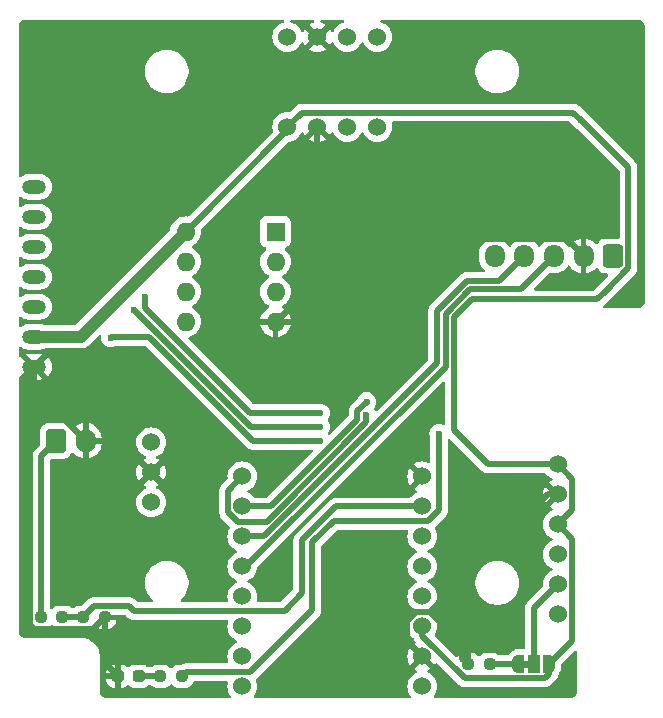
<source format=gbr>
%TF.GenerationSoftware,KiCad,Pcbnew,8.0.3*%
%TF.CreationDate,2024-12-13T14:42:35+09:00*%
%TF.ProjectId,LoRaGPS,4c6f5261-4750-4532-9e6b-696361645f70,rev?*%
%TF.SameCoordinates,Original*%
%TF.FileFunction,Copper,L1,Top*%
%TF.FilePolarity,Positive*%
%FSLAX46Y46*%
G04 Gerber Fmt 4.6, Leading zero omitted, Abs format (unit mm)*
G04 Created by KiCad (PCBNEW 8.0.3) date 2024-12-13 14:42:35*
%MOMM*%
%LPD*%
G01*
G04 APERTURE LIST*
G04 Aperture macros list*
%AMRoundRect*
0 Rectangle with rounded corners*
0 $1 Rounding radius*
0 $2 $3 $4 $5 $6 $7 $8 $9 X,Y pos of 4 corners*
0 Add a 4 corners polygon primitive as box body*
4,1,4,$2,$3,$4,$5,$6,$7,$8,$9,$2,$3,0*
0 Add four circle primitives for the rounded corners*
1,1,$1+$1,$2,$3*
1,1,$1+$1,$4,$5*
1,1,$1+$1,$6,$7*
1,1,$1+$1,$8,$9*
0 Add four rect primitives between the rounded corners*
20,1,$1+$1,$2,$3,$4,$5,0*
20,1,$1+$1,$4,$5,$6,$7,0*
20,1,$1+$1,$6,$7,$8,$9,0*
20,1,$1+$1,$8,$9,$2,$3,0*%
%AMFreePoly0*
4,1,19,0.550000,-0.750000,0.000000,-0.750000,0.000000,-0.744911,-0.071157,-0.744911,-0.207708,-0.704816,-0.327430,-0.627875,-0.420627,-0.520320,-0.479746,-0.390866,-0.500000,-0.250000,-0.500000,0.250000,-0.479746,0.390866,-0.420627,0.520320,-0.327430,0.627875,-0.207708,0.704816,-0.071157,0.744911,0.000000,0.744911,0.000000,0.750000,0.550000,0.750000,0.550000,-0.750000,0.550000,-0.750000,
$1*%
%AMFreePoly1*
4,1,19,0.000000,0.744911,0.071157,0.744911,0.207708,0.704816,0.327430,0.627875,0.420627,0.520320,0.479746,0.390866,0.500000,0.250000,0.500000,-0.250000,0.479746,-0.390866,0.420627,-0.520320,0.327430,-0.627875,0.207708,-0.704816,0.071157,-0.744911,0.000000,-0.744911,0.000000,-0.750000,-0.550000,-0.750000,-0.550000,0.750000,0.000000,0.750000,0.000000,0.744911,0.000000,0.744911,
$1*%
G04 Aperture macros list end*
%TA.AperFunction,EtchedComponent*%
%ADD10C,0.000000*%
%TD*%
%TA.AperFunction,ComponentPad*%
%ADD11RoundRect,0.250000X0.600000X0.725000X-0.600000X0.725000X-0.600000X-0.725000X0.600000X-0.725000X0*%
%TD*%
%TA.AperFunction,ComponentPad*%
%ADD12O,1.700000X1.950000*%
%TD*%
%TA.AperFunction,SMDPad,CuDef*%
%ADD13RoundRect,0.237500X0.250000X0.237500X-0.250000X0.237500X-0.250000X-0.237500X0.250000X-0.237500X0*%
%TD*%
%TA.AperFunction,SMDPad,CuDef*%
%ADD14FreePoly0,0.000000*%
%TD*%
%TA.AperFunction,SMDPad,CuDef*%
%ADD15R,1.000000X1.500000*%
%TD*%
%TA.AperFunction,SMDPad,CuDef*%
%ADD16FreePoly1,0.000000*%
%TD*%
%TA.AperFunction,ComponentPad*%
%ADD17O,2.000000X1.200000*%
%TD*%
%TA.AperFunction,SMDPad,CuDef*%
%ADD18RoundRect,0.237500X-0.287500X-0.237500X0.287500X-0.237500X0.287500X0.237500X-0.287500X0.237500X0*%
%TD*%
%TA.AperFunction,ComponentPad*%
%ADD19RoundRect,0.250000X-0.600000X-0.750000X0.600000X-0.750000X0.600000X0.750000X-0.600000X0.750000X0*%
%TD*%
%TA.AperFunction,ComponentPad*%
%ADD20O,1.700000X2.000000*%
%TD*%
%TA.AperFunction,SMDPad,CuDef*%
%ADD21RoundRect,0.237500X-0.250000X-0.237500X0.250000X-0.237500X0.250000X0.237500X-0.250000X0.237500X0*%
%TD*%
%TA.AperFunction,ComponentPad*%
%ADD22C,1.524000*%
%TD*%
%TA.AperFunction,ComponentPad*%
%ADD23R,1.600000X1.600000*%
%TD*%
%TA.AperFunction,ComponentPad*%
%ADD24O,1.600000X1.600000*%
%TD*%
%TA.AperFunction,ViaPad*%
%ADD25C,0.600000*%
%TD*%
%TA.AperFunction,Conductor*%
%ADD26C,0.500000*%
%TD*%
%TA.AperFunction,Conductor*%
%ADD27C,1.000000*%
%TD*%
G04 APERTURE END LIST*
D10*
%TA.AperFunction,EtchedComponent*%
%TO.C,JP1*%
G36*
X94494400Y-106151700D02*
G01*
X93994400Y-106151700D01*
X93994400Y-105551700D01*
X94494400Y-105551700D01*
X94494400Y-106151700D01*
G37*
%TD.AperFunction*%
%TD*%
D11*
%TO.P,J1,1,Pin_1*%
%TO.N,Net-(J1-Pin_1)*%
X101617800Y-71297800D03*
D12*
%TO.P,J1,2,Pin_2*%
%TO.N,GND*%
X99117800Y-71297800D03*
%TO.P,J1,3,Pin_3*%
%TO.N,GPS_RX-ESP_TX*%
X96617800Y-71297800D03*
%TO.P,J1,4,Pin_4*%
%TO.N,GPS_TX-ESP_RX*%
X94117800Y-71297800D03*
%TO.P,J1,5,Pin_5*%
%TO.N,PPS*%
X91617800Y-71297800D03*
%TD*%
D13*
%TO.P,R8,1*%
%TO.N,PPS*%
X65121800Y-106883200D03*
%TO.P,R8,2*%
%TO.N,Net-(D1-A)*%
X63296800Y-106883200D03*
%TD*%
D14*
%TO.P,JP1,1,A*%
%TO.N,Net-(JP1-A)*%
X93594400Y-105851700D03*
D15*
%TO.P,JP1,2,C*%
%TO.N,Net-(JP1-C)*%
X94894400Y-105851700D03*
D16*
%TO.P,JP1,3,B*%
%TO.N,+3V3*%
X96194400Y-105851700D03*
%TD*%
D17*
%TO.P,U2,1,GND*%
%TO.N,GND*%
X52603400Y-80670400D03*
%TO.P,U2,2,Vcc*%
%TO.N,+3V3*%
X52603400Y-78130400D03*
%TO.P,U2,3,AUX*%
%TO.N,LoRa-AUX*%
X52603400Y-75590400D03*
%TO.P,U2,4,TX*%
%TO.N,LoRa_RX-ESP_TX*%
X52603400Y-73050400D03*
%TO.P,U2,5,RX*%
%TO.N,LoRa_TX-ESP_RX*%
X52603400Y-70510400D03*
%TO.P,U2,6,M1*%
%TO.N,LoRa_M1*%
X52603400Y-67970400D03*
%TO.P,U2,7,M0*%
%TO.N,LoRa_M0*%
X52603400Y-65430400D03*
%TD*%
D18*
%TO.P,D1,1,K*%
%TO.N,GND*%
X59690000Y-106883200D03*
%TO.P,D1,2,A*%
%TO.N,Net-(D1-A)*%
X61440000Y-106883200D03*
%TD*%
D19*
%TO.P,J2,1,Pin_1*%
%TO.N,+9V*%
X54477600Y-86948600D03*
D20*
%TO.P,J2,2,Pin_2*%
%TO.N,GND*%
X56977600Y-86948600D03*
%TD*%
D21*
%TO.P,R9,1*%
%TO.N,+9V*%
X53164100Y-101879400D03*
%TO.P,R9,2*%
%TO.N,Batt_Voltage*%
X54989100Y-101879400D03*
%TD*%
D13*
%TO.P,R1,1*%
%TO.N,Net-(JP1-A)*%
X91158700Y-105867200D03*
%TO.P,R1,2*%
%TO.N,GND*%
X89333700Y-105867200D03*
%TD*%
D22*
%TO.P,U7,1,Pin_1*%
%TO.N,+3V3*%
X96926400Y-88950800D03*
%TO.P,U7,2,Pin_2*%
%TO.N,GND*%
X96926400Y-91490800D03*
%TO.P,U7,3,Pin_3*%
%TO.N,+3V3*%
X96926400Y-94030800D03*
%TO.P,U7,4,Pin_4*%
%TO.N,SDA*%
X96926400Y-96570800D03*
%TO.P,U7,5,Pin_5*%
%TO.N,Net-(JP1-C)*%
X96926400Y-99110800D03*
%TO.P,U7,6,Pin_6*%
%TO.N,SCL*%
X96926400Y-101650800D03*
%TD*%
D13*
%TO.P,R10,1*%
%TO.N,GND*%
X58570500Y-101879400D03*
%TO.P,R10,2*%
%TO.N,Batt_Voltage*%
X56745500Y-101879400D03*
%TD*%
D22*
%TO.P,U5,1,Pin_1*%
%TO.N,+3V3*%
X74041000Y-60375800D03*
%TO.P,U5,2,Pin_2*%
%TO.N,GND*%
X76581000Y-60375800D03*
%TO.P,U5,3,Pin_3*%
%TO.N,SDA*%
X79121000Y-60375800D03*
%TO.P,U5,4,Pin_4*%
%TO.N,SCL*%
X81661000Y-60375800D03*
%TO.P,U5,5,Pin_5*%
%TO.N,bRESET*%
X81661000Y-52755800D03*
%TO.P,U5,6,Pin_6*%
%TO.N,INT*%
X79121000Y-52755800D03*
%TO.P,U5,7,Pin_7*%
%TO.N,GND*%
X76581000Y-52755800D03*
%TO.P,U5,8,Pin_8*%
%TO.N,unconnected-(U5-Pin_8-Pad8)*%
X74041000Y-52755800D03*
%TD*%
%TO.P,U1,1,0*%
%TO.N,LoRa_RX-ESP_TX*%
X70231000Y-107746800D03*
%TO.P,U1,2,1*%
%TO.N,LoRa_TX-ESP_RX*%
X70231000Y-105206800D03*
%TO.P,U1,3,2*%
%TO.N,SDA*%
X70231000Y-102666800D03*
%TO.P,U1,4,3*%
%TO.N,SCL*%
X70231000Y-100126800D03*
%TO.P,U1,5,4*%
%TO.N,GPS_RX-ESP_TX*%
X70231000Y-97586800D03*
%TO.P,U1,6,5*%
%TO.N,GPS_TX-ESP_RX*%
X70231000Y-95046800D03*
%TO.P,U1,7,6*%
%TO.N,INT*%
X70231000Y-92506800D03*
%TO.P,U1,8,7*%
%TO.N,bRESET*%
X70231000Y-89966800D03*
%TO.P,U1,9,GND*%
%TO.N,GND*%
X85471000Y-89966800D03*
%TO.P,U1,10,A0*%
%TO.N,Batt_Voltage*%
X85471000Y-92506800D03*
%TO.P,U1,11,A1*%
%TO.N,LoRa_M1*%
X85471000Y-95046800D03*
%TO.P,U1,12,A2*%
%TO.N,LoRa_M0*%
X85471000Y-97586800D03*
%TO.P,U1,13,A3*%
%TO.N,LoRa-AUX*%
X85471000Y-100126800D03*
%TO.P,U1,14,3V3*%
%TO.N,+3V3*%
X85471000Y-102666800D03*
%TO.P,U1,15,GND*%
%TO.N,GND*%
X85471000Y-105206800D03*
%TO.P,U1,16,VBUS*%
%TO.N,+5V*%
X85471000Y-107746800D03*
%TD*%
%TO.P,U3,1,+VIN*%
%TO.N,+9V*%
X62509400Y-87071200D03*
%TO.P,U3,2,GND*%
%TO.N,GND*%
X62509400Y-89611200D03*
%TO.P,U3,3,+VOUT*%
%TO.N,+3V3*%
X62509400Y-92151200D03*
%TD*%
D23*
%TO.P,U4,1,Pin_1*%
%TO.N,Net-(JP2-C)*%
X73040400Y-69250400D03*
D24*
%TO.P,U4,2,Pin_2*%
%TO.N,Net-(JP3-C)*%
X73040400Y-71790400D03*
%TO.P,U4,3,Pin_3*%
%TO.N,Net-(JP4-C)*%
X73040400Y-74330400D03*
%TO.P,U4,4,Pin_4*%
%TO.N,GND*%
X73040400Y-76870400D03*
%TO.P,U4,5,Pin_5*%
%TO.N,SDA*%
X65420400Y-76870400D03*
%TO.P,U4,6,Pin_6*%
%TO.N,SCL*%
X65420400Y-74330400D03*
%TO.P,U4,7,Pin_7*%
%TO.N,Net-(JP5-C)*%
X65420400Y-71790400D03*
%TO.P,U4,8,Pin_8*%
%TO.N,+3V3*%
X65420400Y-69250400D03*
%TD*%
D25*
%TO.N,GND*%
X89611200Y-93167200D03*
X56642000Y-81940400D03*
X59309000Y-65303400D03*
X92151200Y-93192600D03*
X68605400Y-75565000D03*
X59207400Y-59461400D03*
X62763400Y-81915000D03*
X94970600Y-64871600D03*
X80670400Y-64109600D03*
X89712800Y-64922400D03*
X73558400Y-63830200D03*
%TO.N,PPS*%
X86868000Y-86334600D03*
%TO.N,+3V3*%
X98907600Y-59817000D03*
%TO.N,LoRa_M0*%
X76835000Y-84607400D03*
X62001400Y-74777600D03*
%TO.N,INT*%
X80746600Y-83642200D03*
%TO.N,LoRa_M1*%
X61036200Y-75844400D03*
X76835000Y-85750400D03*
%TO.N,bRESET*%
X80721200Y-84734400D03*
%TO.N,LoRa-AUX*%
X76835000Y-86944200D03*
X59080400Y-78206600D03*
%TD*%
D26*
%TO.N,GND*%
X52603400Y-82574400D02*
X56977600Y-86948600D01*
X59846800Y-86948600D02*
X62509400Y-89611200D01*
X88851100Y-104169473D02*
X86136427Y-101454800D01*
X88851100Y-105384600D02*
X89333700Y-105867200D01*
X52226600Y-102479980D02*
X52591220Y-102844600D01*
X96926400Y-91490800D02*
X96100427Y-91490800D01*
X58570500Y-101879400D02*
X58570500Y-105763700D01*
X52603400Y-80670400D02*
X52226600Y-81047200D01*
X86136427Y-101454800D02*
X84968973Y-101454800D01*
X84968973Y-101454800D02*
X84201000Y-102222773D01*
X76581000Y-60375800D02*
X76581000Y-66415800D01*
X84201000Y-102222773D02*
X84201000Y-103936800D01*
X52591220Y-102844600D02*
X57605300Y-102844600D01*
X57605300Y-102844600D02*
X58570500Y-101879400D01*
X52226600Y-81047200D02*
X52226600Y-102479980D01*
X96100427Y-91490800D02*
X86136427Y-101454800D01*
X58570500Y-105763700D02*
X59690000Y-106883200D01*
X52603400Y-80670400D02*
X52603400Y-82574400D01*
X56977600Y-86948600D02*
X59846800Y-86948600D01*
X84201000Y-103936800D02*
X85471000Y-105206800D01*
X88851100Y-105384600D02*
X88851100Y-104169473D01*
X73040400Y-76870400D02*
X80038000Y-69872800D01*
X97692800Y-69872800D02*
X99117800Y-71297800D01*
X80038000Y-69872800D02*
X97692800Y-69872800D01*
X76581000Y-66415800D02*
X80038000Y-69872800D01*
%TO.N,Net-(D1-A)*%
X61440000Y-106883200D02*
X63296800Y-106883200D01*
%TO.N,PPS*%
X86868000Y-92823827D02*
X86868000Y-91795600D01*
X65470200Y-106534800D02*
X70896427Y-106534800D01*
X76149200Y-101282027D02*
X76149200Y-95528750D01*
X70896427Y-106534800D02*
X76149200Y-101282027D01*
X77959150Y-93718800D02*
X85973027Y-93718800D01*
X65121800Y-106883200D02*
X65470200Y-106534800D01*
X76149200Y-95528750D02*
X77959150Y-93718800D01*
X85973027Y-93718800D02*
X86868000Y-92823827D01*
X86868000Y-91795600D02*
X86868000Y-86334600D01*
%TO.N,GPS_RX-ESP_TX*%
X70510400Y-97586800D02*
X87437342Y-80659858D01*
X70231000Y-97586800D02*
X70510400Y-97586800D01*
X93798400Y-74117200D02*
X96617800Y-71297800D01*
X87437342Y-80659858D02*
X87437342Y-76218134D01*
X89538276Y-74117200D02*
X93798400Y-74117200D01*
X87437342Y-76218134D02*
X89538276Y-74117200D01*
%TO.N,GPS_TX-ESP_RX*%
X86737342Y-75928184D02*
X89248326Y-73417200D01*
X72606225Y-94501025D02*
X86737342Y-80369908D01*
X70231000Y-95046800D02*
X72060450Y-95046800D01*
X72060450Y-95046800D02*
X72606225Y-94501025D01*
X86737342Y-80369908D02*
X86737342Y-75928184D01*
X89248326Y-73417200D02*
X91998400Y-73417200D01*
X91998400Y-73417200D02*
X94117800Y-71297800D01*
%TO.N,+9V*%
X53164100Y-101879400D02*
X53164100Y-88262100D01*
X53164100Y-88262100D02*
X54477600Y-86948600D01*
%TO.N,Net-(JP1-A)*%
X91158700Y-105867200D02*
X93578900Y-105867200D01*
X93578900Y-105867200D02*
X93594400Y-105851700D01*
%TO.N,Net-(JP1-C)*%
X96926400Y-99110800D02*
X94894400Y-101142800D01*
X94894400Y-101142800D02*
X94894400Y-105851700D01*
D27*
%TO.N,+3V3*%
X52603400Y-78130400D02*
X56540400Y-78130400D01*
D26*
X98138400Y-92818800D02*
X96926400Y-94030800D01*
X98933000Y-59817000D02*
X98907600Y-59817000D01*
X98138400Y-95242800D02*
X98138400Y-103907700D01*
X88137342Y-86051917D02*
X88137342Y-76508083D01*
X74041000Y-60629800D02*
X74041000Y-60375800D01*
X95835100Y-107061000D02*
X96194400Y-106701700D01*
X98138400Y-103907700D02*
X96194400Y-105851700D01*
X100928339Y-74309139D02*
X102917800Y-72319678D01*
X102917800Y-72319678D02*
X102917800Y-63801800D01*
X98138400Y-90162800D02*
X98138400Y-92818800D01*
X96926400Y-88950800D02*
X98138400Y-90162800D01*
X65420400Y-69250400D02*
X74041000Y-60629800D01*
X98907600Y-59791600D02*
X98907600Y-59791600D01*
X100255365Y-74982113D02*
X100928339Y-74309139D01*
X89061146Y-107061000D02*
X95835100Y-107061000D01*
X75253000Y-59163800D02*
X98254400Y-59163800D01*
D27*
X56540400Y-78130400D02*
X65420400Y-69250400D01*
D26*
X85471000Y-102666800D02*
X85471000Y-103470854D01*
X96194400Y-106701700D02*
X96194400Y-105851700D01*
X89663313Y-74982113D02*
X100255365Y-74982113D01*
X96926400Y-94030800D02*
X98138400Y-95242800D01*
X98254400Y-59163800D02*
X98907600Y-59817000D01*
X89195634Y-75449791D02*
X89663313Y-74982113D01*
X88137342Y-76508083D02*
X89195634Y-75449791D01*
X96926400Y-88950800D02*
X91036225Y-88950800D01*
X85471000Y-103470854D02*
X89061146Y-107061000D01*
X102917800Y-63801800D02*
X98933000Y-59817000D01*
X98907600Y-59817000D02*
X98907600Y-59791600D01*
X91036225Y-88950800D02*
X88137342Y-86051917D01*
X74041000Y-60375800D02*
X75253000Y-59163800D01*
%TO.N,Batt_Voltage*%
X73819600Y-101338800D02*
X75311000Y-99847400D01*
X57670500Y-100954400D02*
X60644600Y-100954400D01*
X60644600Y-100954400D02*
X61029000Y-101338800D01*
X56745500Y-101879400D02*
X57670500Y-100954400D01*
X75311000Y-95377000D02*
X78181200Y-92506800D01*
X75311000Y-99847400D02*
X75311000Y-95377000D01*
X54989100Y-101879400D02*
X56745500Y-101879400D01*
X78181200Y-92506800D02*
X85471000Y-92506800D01*
X61029000Y-101338800D02*
X73819600Y-101338800D01*
%TO.N,LoRa_M0*%
X70890100Y-84607400D02*
X70484350Y-84201650D01*
X62001400Y-75718700D02*
X70484350Y-84201650D01*
X52603400Y-65430400D02*
X52603400Y-65821167D01*
X62001400Y-74777600D02*
X62001400Y-75718700D01*
X76835000Y-84607400D02*
X70890100Y-84607400D01*
%TO.N,INT*%
X70231000Y-92506800D02*
X72620550Y-92506800D01*
X72620550Y-92506800D02*
X73114875Y-92012475D01*
X80746600Y-83642200D02*
X79971200Y-84417600D01*
X79971200Y-85156150D02*
X73114875Y-92012475D01*
X79971200Y-84417600D02*
X79971200Y-85156150D01*
%TO.N,LoRa_M1*%
X70942200Y-85750400D02*
X70205600Y-85013800D01*
X61036200Y-75844400D02*
X70205600Y-85013800D01*
X76835000Y-85750400D02*
X70942200Y-85750400D01*
%TO.N,bRESET*%
X80721200Y-84734400D02*
X80721200Y-85396100D01*
X69019000Y-93008827D02*
X69019000Y-91178800D01*
X69844973Y-93834800D02*
X69019000Y-93008827D01*
X72282500Y-93834800D02*
X69844973Y-93834800D01*
X80721200Y-85396100D02*
X72835150Y-93282150D01*
X69019000Y-91178800D02*
X70231000Y-89966800D01*
X72835150Y-93282150D02*
X72282500Y-93834800D01*
%TO.N,LoRa-AUX*%
X76835000Y-86944200D02*
X71146050Y-86944200D01*
X62357650Y-78155800D02*
X59131200Y-78155800D01*
X71146050Y-86944200D02*
X62357650Y-78155800D01*
X59131200Y-78155800D02*
X59080400Y-78206600D01*
%TD*%
%TA.AperFunction,Conductor*%
%TO.N,GND*%
G36*
X58205519Y-77982713D02*
G01*
X58261452Y-78024585D01*
X58285869Y-78090049D01*
X58285405Y-78112778D01*
X58274835Y-78206595D01*
X58274835Y-78206603D01*
X58295030Y-78385849D01*
X58295031Y-78385854D01*
X58354611Y-78556123D01*
X58450584Y-78708862D01*
X58578138Y-78836416D01*
X58668480Y-78893182D01*
X58689357Y-78906300D01*
X58730878Y-78932389D01*
X58824381Y-78965107D01*
X58901145Y-78991968D01*
X58901150Y-78991969D01*
X59080396Y-79012165D01*
X59080400Y-79012165D01*
X59080404Y-79012165D01*
X59259649Y-78991969D01*
X59259652Y-78991968D01*
X59259655Y-78991968D01*
X59429922Y-78932389D01*
X59440114Y-78925985D01*
X59441195Y-78925306D01*
X59507167Y-78906300D01*
X61995420Y-78906300D01*
X62062459Y-78925985D01*
X62083101Y-78942619D01*
X70563098Y-87422615D01*
X70563099Y-87422616D01*
X70645128Y-87504645D01*
X70667635Y-87527152D01*
X70790548Y-87609280D01*
X70790561Y-87609287D01*
X70927132Y-87665856D01*
X70927137Y-87665858D01*
X70927141Y-87665858D01*
X70927142Y-87665859D01*
X71072129Y-87694700D01*
X71072132Y-87694700D01*
X76071920Y-87694700D01*
X76138959Y-87714385D01*
X76184714Y-87767189D01*
X76194658Y-87836347D01*
X76165633Y-87899903D01*
X76159601Y-87906381D01*
X72346001Y-91719981D01*
X72284678Y-91753466D01*
X72258320Y-91756300D01*
X71311274Y-91756300D01*
X71244235Y-91736615D01*
X71209700Y-91703424D01*
X71201828Y-91692182D01*
X71147507Y-91637861D01*
X71045620Y-91535974D01*
X71045616Y-91535971D01*
X71045615Y-91535970D01*
X70864666Y-91409268D01*
X70864658Y-91409264D01*
X70735811Y-91349182D01*
X70683371Y-91303010D01*
X70664219Y-91235817D01*
X70684435Y-91168935D01*
X70735811Y-91124418D01*
X70777706Y-91104882D01*
X70864662Y-91064334D01*
X71045620Y-90937626D01*
X71201826Y-90781420D01*
X71328534Y-90600462D01*
X71421894Y-90400250D01*
X71479070Y-90186868D01*
X71498323Y-89966800D01*
X71496318Y-89943887D01*
X71479070Y-89746733D01*
X71479069Y-89746729D01*
X71465358Y-89695561D01*
X71421894Y-89533350D01*
X71328534Y-89333139D01*
X71201826Y-89152180D01*
X71045620Y-88995974D01*
X71045616Y-88995971D01*
X71045615Y-88995970D01*
X70864666Y-88869268D01*
X70864662Y-88869266D01*
X70864660Y-88869265D01*
X70664450Y-88775906D01*
X70664447Y-88775905D01*
X70664445Y-88775904D01*
X70451070Y-88718730D01*
X70451062Y-88718729D01*
X70231002Y-88699477D01*
X70230998Y-88699477D01*
X70010937Y-88718729D01*
X70010929Y-88718730D01*
X69797554Y-88775904D01*
X69797548Y-88775907D01*
X69597340Y-88869265D01*
X69597338Y-88869266D01*
X69416377Y-88995975D01*
X69260175Y-89152177D01*
X69133466Y-89333138D01*
X69133465Y-89333140D01*
X69040107Y-89533348D01*
X69040104Y-89533354D01*
X68982930Y-89746729D01*
X68982930Y-89746733D01*
X68963677Y-89966797D01*
X68963677Y-89966802D01*
X68975205Y-90098585D01*
X68961438Y-90167085D01*
X68939358Y-90197072D01*
X68436049Y-90700381D01*
X68386812Y-90774071D01*
X68353921Y-90823296D01*
X68353914Y-90823308D01*
X68297342Y-90959886D01*
X68297340Y-90959892D01*
X68268500Y-91104879D01*
X68268500Y-91104882D01*
X68268500Y-93082745D01*
X68268500Y-93082747D01*
X68268499Y-93082747D01*
X68297340Y-93227734D01*
X68297343Y-93227744D01*
X68344709Y-93342095D01*
X68353916Y-93364322D01*
X68370662Y-93389384D01*
X68378924Y-93401750D01*
X68436049Y-93487245D01*
X68436052Y-93487248D01*
X69153988Y-94205182D01*
X69187473Y-94266505D01*
X69182489Y-94336196D01*
X69167882Y-94363986D01*
X69133468Y-94413135D01*
X69133466Y-94413138D01*
X69133466Y-94413139D01*
X69041227Y-94610947D01*
X69040107Y-94613348D01*
X69040104Y-94613354D01*
X68982930Y-94826729D01*
X68982930Y-94826731D01*
X68982930Y-94826732D01*
X68981295Y-94845420D01*
X68963677Y-95046797D01*
X68963677Y-95046802D01*
X68982929Y-95266862D01*
X68982930Y-95266870D01*
X69040104Y-95480245D01*
X69040105Y-95480247D01*
X69040106Y-95480250D01*
X69133466Y-95680462D01*
X69133468Y-95680466D01*
X69260170Y-95861415D01*
X69260175Y-95861421D01*
X69416378Y-96017624D01*
X69416384Y-96017629D01*
X69597333Y-96144331D01*
X69597335Y-96144332D01*
X69597338Y-96144334D01*
X69716748Y-96200015D01*
X69726189Y-96204418D01*
X69778628Y-96250590D01*
X69797780Y-96317784D01*
X69777564Y-96384665D01*
X69726189Y-96429182D01*
X69597340Y-96489265D01*
X69597338Y-96489266D01*
X69416377Y-96615975D01*
X69260175Y-96772177D01*
X69133466Y-96953138D01*
X69133465Y-96953140D01*
X69040107Y-97153348D01*
X69040104Y-97153354D01*
X68982930Y-97366729D01*
X68982929Y-97366737D01*
X68963677Y-97586797D01*
X68963677Y-97586802D01*
X68982929Y-97806862D01*
X68982930Y-97806870D01*
X69040104Y-98020245D01*
X69040105Y-98020247D01*
X69040106Y-98020250D01*
X69106944Y-98163585D01*
X69133466Y-98220462D01*
X69133468Y-98220466D01*
X69260170Y-98401415D01*
X69260175Y-98401421D01*
X69416378Y-98557624D01*
X69416384Y-98557629D01*
X69597333Y-98684331D01*
X69597335Y-98684332D01*
X69597338Y-98684334D01*
X69716748Y-98740015D01*
X69726189Y-98744418D01*
X69778628Y-98790590D01*
X69797780Y-98857784D01*
X69777564Y-98924665D01*
X69726189Y-98969182D01*
X69597340Y-99029265D01*
X69597338Y-99029266D01*
X69416377Y-99155975D01*
X69260175Y-99312177D01*
X69133466Y-99493138D01*
X69133465Y-99493140D01*
X69040107Y-99693348D01*
X69040104Y-99693354D01*
X68982930Y-99906729D01*
X68982929Y-99906737D01*
X68963677Y-100126797D01*
X68963677Y-100126802D01*
X68982929Y-100346862D01*
X68982930Y-100346869D01*
X68986146Y-100358870D01*
X69005796Y-100432207D01*
X69004134Y-100502056D01*
X68964972Y-100559919D01*
X68900744Y-100587423D01*
X68886022Y-100588300D01*
X65142066Y-100588300D01*
X65075027Y-100568615D01*
X65029272Y-100515811D01*
X65019328Y-100446653D01*
X65048353Y-100383097D01*
X65054385Y-100376619D01*
X65224460Y-100206543D01*
X65224465Y-100206538D01*
X65372136Y-100014089D01*
X65493424Y-99804012D01*
X65586254Y-99579900D01*
X65649038Y-99345589D01*
X65680700Y-99105088D01*
X65680700Y-98862512D01*
X65680300Y-98859477D01*
X65657243Y-98684334D01*
X65649038Y-98622011D01*
X65586254Y-98387700D01*
X65493424Y-98163588D01*
X65372136Y-97953511D01*
X65259609Y-97806862D01*
X65224466Y-97761063D01*
X65224460Y-97761056D01*
X65052943Y-97589539D01*
X65052936Y-97589533D01*
X64860493Y-97441867D01*
X64860492Y-97441866D01*
X64860489Y-97441864D01*
X64650412Y-97320576D01*
X64650405Y-97320573D01*
X64426304Y-97227747D01*
X64191985Y-97164961D01*
X63951489Y-97133300D01*
X63951488Y-97133300D01*
X63708912Y-97133300D01*
X63708911Y-97133300D01*
X63468414Y-97164961D01*
X63234095Y-97227747D01*
X63009994Y-97320573D01*
X63009985Y-97320577D01*
X62799906Y-97441867D01*
X62607463Y-97589533D01*
X62607456Y-97589539D01*
X62435939Y-97761056D01*
X62435933Y-97761063D01*
X62288267Y-97953506D01*
X62166977Y-98163585D01*
X62166973Y-98163594D01*
X62074147Y-98387695D01*
X62011361Y-98622014D01*
X61979700Y-98862511D01*
X61979700Y-99105088D01*
X62011361Y-99345585D01*
X62074147Y-99579904D01*
X62121138Y-99693350D01*
X62166976Y-99804012D01*
X62288264Y-100014089D01*
X62288266Y-100014092D01*
X62288267Y-100014093D01*
X62435933Y-100206536D01*
X62435939Y-100206543D01*
X62606015Y-100376619D01*
X62639500Y-100437942D01*
X62634516Y-100507634D01*
X62592644Y-100563567D01*
X62527180Y-100587984D01*
X62518334Y-100588300D01*
X61391230Y-100588300D01*
X61324191Y-100568615D01*
X61303549Y-100551981D01*
X61123021Y-100371452D01*
X61123014Y-100371446D01*
X61049329Y-100322212D01*
X61049329Y-100322213D01*
X61000091Y-100289313D01*
X60863517Y-100232743D01*
X60863507Y-100232740D01*
X60718520Y-100203900D01*
X60718518Y-100203900D01*
X57596582Y-100203900D01*
X57596576Y-100203900D01*
X57567742Y-100209634D01*
X57567743Y-100209635D01*
X57451593Y-100232739D01*
X57451583Y-100232742D01*
X57371581Y-100265879D01*
X57371582Y-100265880D01*
X57315006Y-100289315D01*
X57260379Y-100325816D01*
X57192086Y-100371447D01*
X56695949Y-100867582D01*
X56634626Y-100901066D01*
X56608269Y-100903900D01*
X56446331Y-100903900D01*
X56446312Y-100903901D01*
X56345247Y-100914225D01*
X56181484Y-100968492D01*
X56181481Y-100968493D01*
X56034648Y-101059061D01*
X56001129Y-101092581D01*
X55939806Y-101126066D01*
X55913448Y-101128900D01*
X55821152Y-101128900D01*
X55754113Y-101109215D01*
X55733471Y-101092581D01*
X55699951Y-101059061D01*
X55699950Y-101059060D01*
X55553116Y-100968492D01*
X55389353Y-100914226D01*
X55389351Y-100914225D01*
X55288278Y-100903900D01*
X54689930Y-100903900D01*
X54689912Y-100903901D01*
X54588847Y-100914225D01*
X54425084Y-100968492D01*
X54425081Y-100968493D01*
X54278248Y-101059061D01*
X54164281Y-101173029D01*
X54102958Y-101206514D01*
X54033266Y-101201530D01*
X53988919Y-101173029D01*
X53950919Y-101135029D01*
X53917434Y-101073706D01*
X53914600Y-101047348D01*
X53914600Y-88624329D01*
X53934285Y-88557290D01*
X53950919Y-88536648D01*
X54002149Y-88485418D01*
X54063472Y-88451933D01*
X54089830Y-88449099D01*
X55127602Y-88449099D01*
X55127608Y-88449099D01*
X55230397Y-88438599D01*
X55396934Y-88383414D01*
X55546256Y-88291312D01*
X55670312Y-88167256D01*
X55762414Y-88017934D01*
X55762414Y-88017931D01*
X55766048Y-88012041D01*
X55817995Y-87965316D01*
X55886958Y-87954093D01*
X55951040Y-87981936D01*
X55959268Y-87989456D01*
X56098135Y-88128323D01*
X56098140Y-88128327D01*
X56270042Y-88253220D01*
X56459382Y-88349695D01*
X56661471Y-88415357D01*
X56727600Y-88425831D01*
X56727600Y-87381612D01*
X56784607Y-87414525D01*
X56911774Y-87448600D01*
X57043426Y-87448600D01*
X57170593Y-87414525D01*
X57227600Y-87381612D01*
X57227600Y-88425830D01*
X57293726Y-88415357D01*
X57293729Y-88415357D01*
X57495817Y-88349695D01*
X57685157Y-88253220D01*
X57857059Y-88128327D01*
X57857064Y-88128323D01*
X58007323Y-87978064D01*
X58007327Y-87978059D01*
X58132220Y-87806157D01*
X58228695Y-87616817D01*
X58294357Y-87414730D01*
X58294357Y-87414727D01*
X58327600Y-87204846D01*
X58327600Y-87198600D01*
X57410612Y-87198600D01*
X57443525Y-87141593D01*
X57462388Y-87071197D01*
X61242077Y-87071197D01*
X61242077Y-87071202D01*
X61261329Y-87291262D01*
X61261330Y-87291270D01*
X61318504Y-87504645D01*
X61318505Y-87504647D01*
X61318506Y-87504650D01*
X61367299Y-87609287D01*
X61411866Y-87704862D01*
X61411868Y-87704866D01*
X61538570Y-87885815D01*
X61538575Y-87885821D01*
X61694778Y-88042024D01*
X61694784Y-88042029D01*
X61875733Y-88168731D01*
X61875735Y-88168732D01*
X61875738Y-88168734D01*
X61943432Y-88200300D01*
X62005181Y-88229094D01*
X62057620Y-88275266D01*
X62076772Y-88342460D01*
X62056556Y-88409341D01*
X62005181Y-88453858D01*
X61875990Y-88514101D01*
X61811211Y-88559458D01*
X62481953Y-89230200D01*
X62459240Y-89230200D01*
X62362339Y-89256164D01*
X62275460Y-89306324D01*
X62204524Y-89377260D01*
X62154364Y-89464139D01*
X62128400Y-89561040D01*
X62128400Y-89583753D01*
X61457658Y-88913011D01*
X61412301Y-88977790D01*
X61318979Y-89177920D01*
X61318975Y-89177929D01*
X61261826Y-89391213D01*
X61261824Y-89391223D01*
X61242579Y-89611199D01*
X61242579Y-89611200D01*
X61261824Y-89831176D01*
X61261826Y-89831186D01*
X61318975Y-90044470D01*
X61318980Y-90044484D01*
X61412298Y-90244605D01*
X61412301Y-90244611D01*
X61457658Y-90309387D01*
X61457659Y-90309388D01*
X62128400Y-89638647D01*
X62128400Y-89661360D01*
X62154364Y-89758261D01*
X62204524Y-89845140D01*
X62275460Y-89916076D01*
X62362339Y-89966236D01*
X62459240Y-89992200D01*
X62481953Y-89992200D01*
X61811210Y-90662940D01*
X61875989Y-90708298D01*
X62005181Y-90768542D01*
X62057620Y-90814714D01*
X62076772Y-90881908D01*
X62056556Y-90948789D01*
X62005181Y-90993306D01*
X61875740Y-91053665D01*
X61875738Y-91053666D01*
X61694777Y-91180375D01*
X61538575Y-91336577D01*
X61411866Y-91517538D01*
X61411865Y-91517540D01*
X61318507Y-91717748D01*
X61318504Y-91717754D01*
X61261330Y-91931129D01*
X61261329Y-91931137D01*
X61242077Y-92151197D01*
X61242077Y-92151202D01*
X61261329Y-92371262D01*
X61261330Y-92371270D01*
X61318504Y-92584645D01*
X61318505Y-92584647D01*
X61318506Y-92584650D01*
X61320021Y-92587898D01*
X61411866Y-92784862D01*
X61411868Y-92784866D01*
X61538570Y-92965815D01*
X61538575Y-92965821D01*
X61694778Y-93122024D01*
X61694784Y-93122029D01*
X61875733Y-93248731D01*
X61875735Y-93248732D01*
X61875738Y-93248734D01*
X62075950Y-93342094D01*
X62289332Y-93399270D01*
X62446523Y-93413022D01*
X62509398Y-93418523D01*
X62509400Y-93418523D01*
X62509402Y-93418523D01*
X62564417Y-93413709D01*
X62729468Y-93399270D01*
X62942850Y-93342094D01*
X63143062Y-93248734D01*
X63324020Y-93122026D01*
X63480226Y-92965820D01*
X63606934Y-92784862D01*
X63700294Y-92584650D01*
X63757470Y-92371268D01*
X63776723Y-92151200D01*
X63757470Y-91931132D01*
X63700294Y-91717750D01*
X63606934Y-91517539D01*
X63480226Y-91336580D01*
X63324020Y-91180374D01*
X63324016Y-91180371D01*
X63324015Y-91180370D01*
X63143066Y-91053668D01*
X63143062Y-91053666D01*
X63013618Y-90993305D01*
X62961179Y-90947132D01*
X62942027Y-90879939D01*
X62962243Y-90813058D01*
X63013619Y-90768540D01*
X63142816Y-90708295D01*
X63142817Y-90708294D01*
X63207588Y-90662941D01*
X62536848Y-89992200D01*
X62559560Y-89992200D01*
X62656461Y-89966236D01*
X62743340Y-89916076D01*
X62814276Y-89845140D01*
X62864436Y-89758261D01*
X62890400Y-89661360D01*
X62890400Y-89638647D01*
X63561141Y-90309388D01*
X63606494Y-90244617D01*
X63606500Y-90244607D01*
X63699819Y-90044484D01*
X63699824Y-90044470D01*
X63756973Y-89831186D01*
X63756975Y-89831176D01*
X63776221Y-89611200D01*
X63776221Y-89611199D01*
X63756975Y-89391223D01*
X63756973Y-89391213D01*
X63699824Y-89177929D01*
X63699820Y-89177920D01*
X63606496Y-88977786D01*
X63561141Y-88913011D01*
X63561140Y-88913010D01*
X62890400Y-89583751D01*
X62890400Y-89561040D01*
X62864436Y-89464139D01*
X62814276Y-89377260D01*
X62743340Y-89306324D01*
X62656461Y-89256164D01*
X62559560Y-89230200D01*
X62536848Y-89230200D01*
X63207588Y-88559459D01*
X63207587Y-88559458D01*
X63142811Y-88514101D01*
X63142805Y-88514098D01*
X63013619Y-88453858D01*
X62961179Y-88407686D01*
X62942027Y-88340493D01*
X62962243Y-88273611D01*
X63013619Y-88229094D01*
X63143062Y-88168734D01*
X63324020Y-88042026D01*
X63480226Y-87885820D01*
X63606934Y-87704862D01*
X63700294Y-87504650D01*
X63757470Y-87291268D01*
X63776723Y-87071200D01*
X63775223Y-87054060D01*
X63760238Y-86882774D01*
X63757470Y-86851132D01*
X63700294Y-86637750D01*
X63606934Y-86437539D01*
X63480226Y-86256580D01*
X63324020Y-86100374D01*
X63324016Y-86100371D01*
X63324015Y-86100370D01*
X63143066Y-85973668D01*
X63143062Y-85973666D01*
X63143060Y-85973665D01*
X62942850Y-85880306D01*
X62942847Y-85880305D01*
X62942845Y-85880304D01*
X62729470Y-85823130D01*
X62729462Y-85823129D01*
X62509402Y-85803877D01*
X62509398Y-85803877D01*
X62289337Y-85823129D01*
X62289329Y-85823130D01*
X62075954Y-85880304D01*
X62075948Y-85880307D01*
X61875740Y-85973665D01*
X61875738Y-85973666D01*
X61694777Y-86100375D01*
X61538575Y-86256577D01*
X61411866Y-86437538D01*
X61411865Y-86437540D01*
X61318507Y-86637748D01*
X61318504Y-86637754D01*
X61261330Y-86851129D01*
X61261329Y-86851137D01*
X61242077Y-87071197D01*
X57462388Y-87071197D01*
X57477600Y-87014426D01*
X57477600Y-86882774D01*
X57443525Y-86755607D01*
X57410612Y-86698600D01*
X58327600Y-86698600D01*
X58327600Y-86692353D01*
X58294357Y-86482472D01*
X58294357Y-86482469D01*
X58228695Y-86280382D01*
X58132220Y-86091042D01*
X58007327Y-85919140D01*
X58007323Y-85919135D01*
X57857064Y-85768876D01*
X57857059Y-85768872D01*
X57685157Y-85643979D01*
X57495815Y-85547503D01*
X57293724Y-85481841D01*
X57227600Y-85471368D01*
X57227600Y-86515588D01*
X57170593Y-86482675D01*
X57043426Y-86448600D01*
X56911774Y-86448600D01*
X56784607Y-86482675D01*
X56727600Y-86515588D01*
X56727600Y-85471368D01*
X56727599Y-85471368D01*
X56661475Y-85481841D01*
X56459384Y-85547503D01*
X56270042Y-85643979D01*
X56098141Y-85768871D01*
X55959268Y-85907744D01*
X55897945Y-85941228D01*
X55828253Y-85936244D01*
X55772320Y-85894372D01*
X55766048Y-85885158D01*
X55750086Y-85859280D01*
X55670312Y-85729944D01*
X55546256Y-85605888D01*
X55396934Y-85513786D01*
X55230397Y-85458601D01*
X55230395Y-85458600D01*
X55127610Y-85448100D01*
X53827598Y-85448100D01*
X53827581Y-85448101D01*
X53724803Y-85458600D01*
X53724800Y-85458601D01*
X53558268Y-85513785D01*
X53558263Y-85513787D01*
X53408942Y-85605889D01*
X53284889Y-85729942D01*
X53192787Y-85879263D01*
X53192785Y-85879268D01*
X53187780Y-85894372D01*
X53137601Y-86045803D01*
X53137601Y-86045804D01*
X53137600Y-86045804D01*
X53127100Y-86148583D01*
X53127100Y-87186369D01*
X53107415Y-87253408D01*
X53090781Y-87274050D01*
X52581149Y-87783682D01*
X52569120Y-87801686D01*
X52499013Y-87906608D01*
X52442443Y-88043182D01*
X52442440Y-88043192D01*
X52413600Y-88188179D01*
X52413600Y-101047348D01*
X52393915Y-101114387D01*
X52377281Y-101135029D01*
X52331261Y-101181048D01*
X52240693Y-101327881D01*
X52240691Y-101327886D01*
X52239795Y-101330590D01*
X52186426Y-101491647D01*
X52186426Y-101491648D01*
X52186425Y-101491648D01*
X52176100Y-101592715D01*
X52176100Y-102166069D01*
X52176101Y-102166087D01*
X52186425Y-102267152D01*
X52194749Y-102292271D01*
X52240620Y-102430700D01*
X52240692Y-102430915D01*
X52240693Y-102430918D01*
X52261971Y-102465415D01*
X52331260Y-102577750D01*
X52453250Y-102699740D01*
X52600084Y-102790308D01*
X52763847Y-102844574D01*
X52864923Y-102854900D01*
X53463276Y-102854899D01*
X53463284Y-102854898D01*
X53463287Y-102854898D01*
X53518630Y-102849244D01*
X53564353Y-102844574D01*
X53728116Y-102790308D01*
X53874950Y-102699740D01*
X53988919Y-102585771D01*
X54050242Y-102552286D01*
X54119934Y-102557270D01*
X54164281Y-102585771D01*
X54278250Y-102699740D01*
X54425084Y-102790308D01*
X54588847Y-102844574D01*
X54689923Y-102854900D01*
X55288276Y-102854899D01*
X55288284Y-102854898D01*
X55288287Y-102854898D01*
X55343630Y-102849244D01*
X55389353Y-102844574D01*
X55553116Y-102790308D01*
X55699950Y-102699740D01*
X55733471Y-102666219D01*
X55794794Y-102632734D01*
X55821152Y-102629900D01*
X55913448Y-102629900D01*
X55980487Y-102649585D01*
X56001129Y-102666219D01*
X56034650Y-102699740D01*
X56181484Y-102790308D01*
X56345247Y-102844574D01*
X56446323Y-102854900D01*
X57044676Y-102854899D01*
X57044684Y-102854898D01*
X57044687Y-102854898D01*
X57100030Y-102849244D01*
X57145753Y-102844574D01*
X57309516Y-102790308D01*
X57456350Y-102699740D01*
X57570675Y-102585414D01*
X57631994Y-102551932D01*
X57701686Y-102556916D01*
X57746034Y-102585417D01*
X57859961Y-102699344D01*
X57859965Y-102699347D01*
X58006688Y-102789848D01*
X58006699Y-102789853D01*
X58170347Y-102844080D01*
X58271351Y-102854399D01*
X58820500Y-102854399D01*
X58869640Y-102854399D01*
X58869654Y-102854398D01*
X58970652Y-102844080D01*
X59134300Y-102789853D01*
X59134311Y-102789848D01*
X59281034Y-102699347D01*
X59281038Y-102699344D01*
X59402944Y-102577438D01*
X59402947Y-102577434D01*
X59493448Y-102430711D01*
X59493453Y-102430700D01*
X59547680Y-102267052D01*
X59557999Y-102166054D01*
X59558000Y-102166041D01*
X59558000Y-102129400D01*
X58820500Y-102129400D01*
X58820500Y-102854399D01*
X58271351Y-102854399D01*
X58320499Y-102854398D01*
X58320500Y-102854398D01*
X58320500Y-101828900D01*
X58340185Y-101761861D01*
X58392989Y-101716106D01*
X58444500Y-101704900D01*
X60282370Y-101704900D01*
X60349409Y-101724585D01*
X60370051Y-101741219D01*
X60550584Y-101921752D01*
X60597827Y-101953318D01*
X60673505Y-102003884D01*
X60730080Y-102027318D01*
X60810088Y-102060459D01*
X60926241Y-102083563D01*
X60945468Y-102087387D01*
X60955081Y-102089300D01*
X60955082Y-102089300D01*
X60955083Y-102089300D01*
X61102918Y-102089300D01*
X68917105Y-102089300D01*
X68984144Y-102108985D01*
X69029899Y-102161789D01*
X69039843Y-102230947D01*
X69036883Y-102245374D01*
X68999524Y-102384800D01*
X68982930Y-102446730D01*
X68982929Y-102446737D01*
X68963677Y-102666797D01*
X68963677Y-102666802D01*
X68982929Y-102886862D01*
X68982930Y-102886870D01*
X69040104Y-103100245D01*
X69040105Y-103100247D01*
X69040106Y-103100250D01*
X69101710Y-103232360D01*
X69133466Y-103300462D01*
X69133468Y-103300466D01*
X69260170Y-103481415D01*
X69260174Y-103481420D01*
X69416380Y-103637626D01*
X69416382Y-103637627D01*
X69416384Y-103637629D01*
X69597333Y-103764331D01*
X69597335Y-103764332D01*
X69597338Y-103764334D01*
X69716748Y-103820015D01*
X69726189Y-103824418D01*
X69778628Y-103870590D01*
X69797780Y-103937784D01*
X69777564Y-104004665D01*
X69726189Y-104049182D01*
X69597340Y-104109265D01*
X69597338Y-104109266D01*
X69416377Y-104235975D01*
X69260175Y-104392177D01*
X69133466Y-104573138D01*
X69133465Y-104573140D01*
X69040107Y-104773348D01*
X69040104Y-104773354D01*
X68982930Y-104986729D01*
X68982929Y-104986737D01*
X68963677Y-105206797D01*
X68963677Y-105206802D01*
X68982929Y-105426862D01*
X68982930Y-105426869D01*
X69005654Y-105511676D01*
X69018697Y-105560353D01*
X69036879Y-105628206D01*
X69035216Y-105698056D01*
X68996054Y-105755919D01*
X68931825Y-105783423D01*
X68917104Y-105784300D01*
X65396280Y-105784300D01*
X65251292Y-105813140D01*
X65251282Y-105813143D01*
X65114711Y-105869712D01*
X65114698Y-105869719D01*
X65089133Y-105886802D01*
X65022455Y-105907680D01*
X65020243Y-105907700D01*
X64822631Y-105907700D01*
X64822612Y-105907701D01*
X64721547Y-105918025D01*
X64557784Y-105972292D01*
X64557781Y-105972293D01*
X64410948Y-106062861D01*
X64296981Y-106176829D01*
X64235658Y-106210314D01*
X64165966Y-106205330D01*
X64121619Y-106176829D01*
X64007651Y-106062861D01*
X64007650Y-106062860D01*
X63894713Y-105993200D01*
X63860818Y-105972293D01*
X63860813Y-105972291D01*
X63820489Y-105958929D01*
X63697053Y-105918026D01*
X63697051Y-105918025D01*
X63595978Y-105907700D01*
X62997630Y-105907700D01*
X62997612Y-105907701D01*
X62896547Y-105918025D01*
X62732784Y-105972292D01*
X62732781Y-105972293D01*
X62585948Y-106062861D01*
X62552429Y-106096381D01*
X62491106Y-106129866D01*
X62464748Y-106132700D01*
X62309552Y-106132700D01*
X62242513Y-106113015D01*
X62221871Y-106096381D01*
X62188351Y-106062861D01*
X62188350Y-106062860D01*
X62075413Y-105993200D01*
X62041518Y-105972293D01*
X62041513Y-105972291D01*
X62001189Y-105958929D01*
X61877753Y-105918026D01*
X61877751Y-105918025D01*
X61776678Y-105907700D01*
X61103330Y-105907700D01*
X61103312Y-105907701D01*
X61002247Y-105918025D01*
X60838484Y-105972292D01*
X60838481Y-105972293D01*
X60691648Y-106062861D01*
X60652326Y-106102183D01*
X60591003Y-106135668D01*
X60521311Y-106130682D01*
X60476965Y-106102182D01*
X60438038Y-106063255D01*
X60438034Y-106063252D01*
X60291311Y-105972751D01*
X60291300Y-105972746D01*
X60127652Y-105918519D01*
X60026654Y-105908200D01*
X59940000Y-105908200D01*
X59940000Y-107858199D01*
X60026640Y-107858199D01*
X60026654Y-107858198D01*
X60127652Y-107847880D01*
X60291300Y-107793653D01*
X60291311Y-107793648D01*
X60438034Y-107703147D01*
X60438037Y-107703145D01*
X60476964Y-107664218D01*
X60538287Y-107630732D01*
X60607978Y-107635716D01*
X60652327Y-107664217D01*
X60691650Y-107703540D01*
X60838484Y-107794108D01*
X61002247Y-107848374D01*
X61103323Y-107858700D01*
X61776676Y-107858699D01*
X61776684Y-107858698D01*
X61776687Y-107858698D01*
X61832030Y-107853044D01*
X61877753Y-107848374D01*
X62041516Y-107794108D01*
X62188350Y-107703540D01*
X62221871Y-107670019D01*
X62283194Y-107636534D01*
X62309552Y-107633700D01*
X62464748Y-107633700D01*
X62531787Y-107653385D01*
X62552429Y-107670019D01*
X62585950Y-107703540D01*
X62732784Y-107794108D01*
X62896547Y-107848374D01*
X62997623Y-107858700D01*
X63595976Y-107858699D01*
X63595984Y-107858698D01*
X63595987Y-107858698D01*
X63651330Y-107853044D01*
X63697053Y-107848374D01*
X63860816Y-107794108D01*
X64007650Y-107703540D01*
X64121619Y-107589571D01*
X64182942Y-107556086D01*
X64252634Y-107561070D01*
X64296981Y-107589571D01*
X64410950Y-107703540D01*
X64557784Y-107794108D01*
X64721547Y-107848374D01*
X64822623Y-107858700D01*
X65420976Y-107858699D01*
X65420984Y-107858698D01*
X65420987Y-107858698D01*
X65476330Y-107853044D01*
X65522053Y-107848374D01*
X65685816Y-107794108D01*
X65832650Y-107703540D01*
X65954640Y-107581550D01*
X66045208Y-107434716D01*
X66066555Y-107370294D01*
X66106328Y-107312851D01*
X66170844Y-107286028D01*
X66184261Y-107285300D01*
X68886022Y-107285300D01*
X68953061Y-107304985D01*
X68998816Y-107357789D01*
X69008760Y-107426947D01*
X69005798Y-107441385D01*
X68994054Y-107485215D01*
X68982930Y-107526730D01*
X68982929Y-107526737D01*
X68963677Y-107746797D01*
X68963677Y-107746802D01*
X68982929Y-107966862D01*
X68982930Y-107966870D01*
X69040104Y-108180245D01*
X69040105Y-108180247D01*
X69040106Y-108180250D01*
X69101710Y-108312360D01*
X69133466Y-108380462D01*
X69133468Y-108380466D01*
X69234389Y-108524596D01*
X69256716Y-108590802D01*
X69239706Y-108658569D01*
X69188758Y-108706382D01*
X69132814Y-108719719D01*
X58706155Y-108719719D01*
X58692269Y-108718939D01*
X58592709Y-108707719D01*
X58565639Y-108701540D01*
X58477687Y-108670763D01*
X58452671Y-108658716D01*
X58373769Y-108609139D01*
X58352060Y-108591826D01*
X58286173Y-108525939D01*
X58268860Y-108504230D01*
X58219283Y-108425328D01*
X58207236Y-108400312D01*
X58176458Y-108312356D01*
X58170280Y-108285290D01*
X58159059Y-108185717D01*
X58158281Y-108171833D01*
X58158427Y-107169854D01*
X58665001Y-107169854D01*
X58675319Y-107270852D01*
X58729546Y-107434500D01*
X58729551Y-107434511D01*
X58820052Y-107581234D01*
X58820055Y-107581238D01*
X58941961Y-107703144D01*
X58941965Y-107703147D01*
X59088688Y-107793648D01*
X59088699Y-107793653D01*
X59252347Y-107847880D01*
X59353351Y-107858199D01*
X59440000Y-107858198D01*
X59440000Y-107133200D01*
X58665001Y-107133200D01*
X58665001Y-107169854D01*
X58158427Y-107169854D01*
X58158511Y-106596545D01*
X58665000Y-106596545D01*
X58665000Y-106633200D01*
X59440000Y-106633200D01*
X59440000Y-105908200D01*
X59439999Y-105908199D01*
X59353360Y-105908200D01*
X59353343Y-105908201D01*
X59252347Y-105918519D01*
X59088699Y-105972746D01*
X59088688Y-105972751D01*
X58941965Y-106063252D01*
X58941961Y-106063255D01*
X58820055Y-106185161D01*
X58820052Y-106185165D01*
X58729551Y-106331888D01*
X58729546Y-106331899D01*
X58675319Y-106495547D01*
X58665000Y-106596545D01*
X58158511Y-106596545D01*
X58158707Y-105255869D01*
X58158719Y-105255707D01*
X58158719Y-105247067D01*
X58158720Y-105247064D01*
X58158719Y-105181172D01*
X58158729Y-105115362D01*
X58158727Y-105115357D01*
X58158729Y-105107133D01*
X58158718Y-105106955D01*
X58158718Y-105070896D01*
X58157114Y-105059739D01*
X58127326Y-104852584D01*
X58065186Y-104640964D01*
X57973562Y-104440340D01*
X57854320Y-104254798D01*
X57838009Y-104235974D01*
X57709888Y-104088113D01*
X57709886Y-104088111D01*
X57543208Y-103943685D01*
X57543201Y-103943679D01*
X57426898Y-103868935D01*
X57357660Y-103824438D01*
X57226054Y-103764334D01*
X57157037Y-103732814D01*
X57051226Y-103701744D01*
X56945416Y-103670674D01*
X56871518Y-103660047D01*
X56727101Y-103639281D01*
X56690315Y-103639281D01*
X56690198Y-103639274D01*
X56617218Y-103639280D01*
X56617196Y-103639281D01*
X56616828Y-103639281D01*
X56550936Y-103639280D01*
X56550935Y-103639280D01*
X56543135Y-103639280D01*
X56543013Y-103639287D01*
X51848157Y-103639717D01*
X51834261Y-103638937D01*
X51734710Y-103627719D01*
X51707639Y-103621540D01*
X51619687Y-103590763D01*
X51594671Y-103578716D01*
X51515769Y-103529139D01*
X51494060Y-103511826D01*
X51428173Y-103445939D01*
X51410860Y-103424230D01*
X51361283Y-103345328D01*
X51349236Y-103320312D01*
X51318458Y-103232356D01*
X51312280Y-103205292D01*
X51301061Y-103105730D01*
X51300281Y-103091845D01*
X51300281Y-81595441D01*
X51319966Y-81528402D01*
X51372770Y-81482647D01*
X51424281Y-81471441D01*
X51448806Y-81471441D01*
X52203400Y-80716847D01*
X52203400Y-80723061D01*
X52230659Y-80824794D01*
X52283320Y-80916006D01*
X52357794Y-80990480D01*
X52449006Y-81043141D01*
X52550739Y-81070400D01*
X52556953Y-81070400D01*
X51899188Y-81728163D01*
X51899188Y-81728164D01*
X51945814Y-81743313D01*
X52116829Y-81770400D01*
X53089971Y-81770400D01*
X53260985Y-81743313D01*
X53260988Y-81743313D01*
X53307611Y-81728164D01*
X52649847Y-81070400D01*
X52656061Y-81070400D01*
X52757794Y-81043141D01*
X52849006Y-80990480D01*
X52923480Y-80916006D01*
X52976141Y-80824794D01*
X53003400Y-80723061D01*
X53003400Y-80716847D01*
X53757994Y-81471441D01*
X53842432Y-81387002D01*
X53944204Y-81246924D01*
X54022808Y-81092657D01*
X54076314Y-80927984D01*
X54103400Y-80756971D01*
X54103400Y-80583828D01*
X54076314Y-80412815D01*
X54022808Y-80248142D01*
X53944204Y-80093875D01*
X53842432Y-79953797D01*
X53757994Y-79869359D01*
X53003400Y-80623953D01*
X53003400Y-80617739D01*
X52976141Y-80516006D01*
X52923480Y-80424794D01*
X52849006Y-80350320D01*
X52757794Y-80297659D01*
X52656061Y-80270400D01*
X52649848Y-80270400D01*
X53307611Y-79612635D01*
X53260982Y-79597485D01*
X53089971Y-79570400D01*
X52116829Y-79570400D01*
X51945823Y-79597484D01*
X51945811Y-79597487D01*
X51899187Y-79612635D01*
X52556953Y-80270400D01*
X52550739Y-80270400D01*
X52449006Y-80297659D01*
X52357794Y-80350320D01*
X52283320Y-80424794D01*
X52230659Y-80516006D01*
X52203400Y-80617739D01*
X52203400Y-80623953D01*
X51448806Y-79869359D01*
X51424281Y-79869359D01*
X51357242Y-79849674D01*
X51311487Y-79796870D01*
X51300281Y-79745359D01*
X51300281Y-79077901D01*
X51319966Y-79010862D01*
X51372770Y-78965107D01*
X51441928Y-78955163D01*
X51497162Y-78977581D01*
X51626612Y-79071632D01*
X51780955Y-79150273D01*
X51945699Y-79203802D01*
X52116789Y-79230900D01*
X52116790Y-79230900D01*
X53090010Y-79230900D01*
X53090011Y-79230900D01*
X53261101Y-79203802D01*
X53425845Y-79150273D01*
X53425849Y-79150271D01*
X53437341Y-79144416D01*
X53493637Y-79130900D01*
X56638942Y-79130900D01*
X56658270Y-79127055D01*
X56735588Y-79111675D01*
X56832236Y-79092451D01*
X56885565Y-79070361D01*
X57014314Y-79017032D01*
X57178182Y-78907539D01*
X57317539Y-78768182D01*
X57317539Y-78768180D01*
X57327747Y-78757973D01*
X57327748Y-78757970D01*
X58074506Y-78011212D01*
X58135827Y-77977729D01*
X58205519Y-77982713D01*
G37*
%TD.AperFunction*%
%TA.AperFunction,Conductor*%
G36*
X84224144Y-94488985D02*
G01*
X84269899Y-94541789D01*
X84279843Y-94610947D01*
X84276883Y-94625374D01*
X84239638Y-94764378D01*
X84222930Y-94826730D01*
X84222930Y-94826731D01*
X84222930Y-94826732D01*
X84221295Y-94845420D01*
X84203677Y-95046797D01*
X84203677Y-95046802D01*
X84222929Y-95266862D01*
X84222930Y-95266870D01*
X84280104Y-95480245D01*
X84280105Y-95480247D01*
X84280106Y-95480250D01*
X84373466Y-95680462D01*
X84373468Y-95680466D01*
X84500170Y-95861415D01*
X84500175Y-95861421D01*
X84656378Y-96017624D01*
X84656384Y-96017629D01*
X84837333Y-96144331D01*
X84837335Y-96144332D01*
X84837338Y-96144334D01*
X84956748Y-96200015D01*
X84966189Y-96204418D01*
X85018628Y-96250590D01*
X85037780Y-96317784D01*
X85017564Y-96384665D01*
X84966189Y-96429182D01*
X84837340Y-96489265D01*
X84837338Y-96489266D01*
X84656377Y-96615975D01*
X84500175Y-96772177D01*
X84373466Y-96953138D01*
X84373465Y-96953140D01*
X84280107Y-97153348D01*
X84280104Y-97153354D01*
X84222930Y-97366729D01*
X84222929Y-97366737D01*
X84203677Y-97586797D01*
X84203677Y-97586802D01*
X84222929Y-97806862D01*
X84222930Y-97806870D01*
X84280104Y-98020245D01*
X84280105Y-98020247D01*
X84280106Y-98020250D01*
X84346944Y-98163585D01*
X84373466Y-98220462D01*
X84373468Y-98220466D01*
X84500170Y-98401415D01*
X84500175Y-98401421D01*
X84656378Y-98557624D01*
X84656384Y-98557629D01*
X84837333Y-98684331D01*
X84837335Y-98684332D01*
X84837338Y-98684334D01*
X84956748Y-98740015D01*
X84966189Y-98744418D01*
X85018628Y-98790590D01*
X85037780Y-98857784D01*
X85017564Y-98924665D01*
X84966189Y-98969182D01*
X84837340Y-99029265D01*
X84837338Y-99029266D01*
X84656377Y-99155975D01*
X84500175Y-99312177D01*
X84373466Y-99493138D01*
X84373465Y-99493140D01*
X84280107Y-99693348D01*
X84280104Y-99693354D01*
X84222930Y-99906729D01*
X84222929Y-99906737D01*
X84203677Y-100126797D01*
X84203677Y-100126802D01*
X84222929Y-100346862D01*
X84222930Y-100346870D01*
X84280104Y-100560245D01*
X84280105Y-100560247D01*
X84280106Y-100560250D01*
X84340014Y-100688723D01*
X84373466Y-100760462D01*
X84373468Y-100760466D01*
X84500170Y-100941415D01*
X84500175Y-100941421D01*
X84656378Y-101097624D01*
X84656384Y-101097629D01*
X84837333Y-101224331D01*
X84837335Y-101224332D01*
X84837338Y-101224334D01*
X84956748Y-101280015D01*
X84966189Y-101284418D01*
X85018628Y-101330590D01*
X85037780Y-101397784D01*
X85017564Y-101464665D01*
X84966189Y-101509182D01*
X84837340Y-101569265D01*
X84837338Y-101569266D01*
X84656377Y-101695975D01*
X84500175Y-101852177D01*
X84373466Y-102033138D01*
X84373465Y-102033140D01*
X84280107Y-102233348D01*
X84280104Y-102233354D01*
X84222930Y-102446729D01*
X84222929Y-102446737D01*
X84203677Y-102666797D01*
X84203677Y-102666802D01*
X84222929Y-102886862D01*
X84222930Y-102886870D01*
X84280104Y-103100245D01*
X84280105Y-103100247D01*
X84280106Y-103100250D01*
X84341710Y-103232360D01*
X84373466Y-103300462D01*
X84373468Y-103300466D01*
X84500170Y-103481415D01*
X84500174Y-103481420D01*
X84597470Y-103578716D01*
X84656381Y-103637627D01*
X84727291Y-103687278D01*
X84770729Y-103741400D01*
X84805914Y-103826346D01*
X84805916Y-103826349D01*
X84826858Y-103857691D01*
X84826859Y-103857694D01*
X84826860Y-103857694D01*
X84877803Y-103933937D01*
X84898680Y-104000615D01*
X84880195Y-104067995D01*
X84841380Y-104105676D01*
X84842025Y-104106596D01*
X84772811Y-104155058D01*
X85443553Y-104825800D01*
X85420840Y-104825800D01*
X85323939Y-104851764D01*
X85237060Y-104901924D01*
X85166124Y-104972860D01*
X85115964Y-105059739D01*
X85090000Y-105156640D01*
X85090000Y-105179353D01*
X84419258Y-104508611D01*
X84373901Y-104573390D01*
X84280579Y-104773520D01*
X84280575Y-104773529D01*
X84223426Y-104986813D01*
X84223424Y-104986823D01*
X84204179Y-105206799D01*
X84204179Y-105206800D01*
X84223424Y-105426776D01*
X84223426Y-105426786D01*
X84280575Y-105640070D01*
X84280580Y-105640084D01*
X84373898Y-105840205D01*
X84373901Y-105840211D01*
X84419258Y-105904987D01*
X84419259Y-105904988D01*
X85090000Y-105234247D01*
X85090000Y-105256960D01*
X85115964Y-105353861D01*
X85166124Y-105440740D01*
X85237060Y-105511676D01*
X85323939Y-105561836D01*
X85420840Y-105587800D01*
X85443553Y-105587800D01*
X84772810Y-106258540D01*
X84837589Y-106303898D01*
X84966781Y-106364142D01*
X85019220Y-106410314D01*
X85038372Y-106477508D01*
X85018156Y-106544389D01*
X84966781Y-106588906D01*
X84837340Y-106649265D01*
X84837338Y-106649266D01*
X84656377Y-106775975D01*
X84500175Y-106932177D01*
X84373466Y-107113138D01*
X84373465Y-107113140D01*
X84280107Y-107313348D01*
X84280104Y-107313354D01*
X84222930Y-107526729D01*
X84222929Y-107526737D01*
X84203677Y-107746797D01*
X84203677Y-107746802D01*
X84222929Y-107966862D01*
X84222930Y-107966870D01*
X84280104Y-108180245D01*
X84280105Y-108180247D01*
X84280106Y-108180250D01*
X84341710Y-108312360D01*
X84373466Y-108380462D01*
X84373468Y-108380466D01*
X84474389Y-108524596D01*
X84496716Y-108590802D01*
X84479706Y-108658569D01*
X84428758Y-108706382D01*
X84372814Y-108719719D01*
X71329186Y-108719719D01*
X71262147Y-108700034D01*
X71216392Y-108647230D01*
X71206448Y-108578072D01*
X71227611Y-108524596D01*
X71328531Y-108380466D01*
X71328530Y-108380466D01*
X71328534Y-108380462D01*
X71421894Y-108180250D01*
X71479070Y-107966868D01*
X71498323Y-107746800D01*
X71479070Y-107526732D01*
X71421894Y-107313350D01*
X71421891Y-107313343D01*
X71381422Y-107226556D01*
X71370930Y-107157479D01*
X71399450Y-107093695D01*
X71406110Y-107086484D01*
X76732152Y-101760443D01*
X76788535Y-101676058D01*
X76814284Y-101637522D01*
X76870858Y-101500940D01*
X76892106Y-101394123D01*
X76899700Y-101355947D01*
X76899700Y-95890980D01*
X76919385Y-95823941D01*
X76936019Y-95803299D01*
X78233699Y-94505619D01*
X78295022Y-94472134D01*
X78321380Y-94469300D01*
X84157105Y-94469300D01*
X84224144Y-94488985D01*
G37*
%TD.AperFunction*%
%TA.AperFunction,Conductor*%
G36*
X98517740Y-104692241D02*
G01*
X98573673Y-104734113D01*
X98598090Y-104799577D01*
X98593384Y-104843355D01*
X98590674Y-104852582D01*
X98559281Y-105070896D01*
X98559281Y-105107684D01*
X98559270Y-105107866D01*
X98559281Y-105181172D01*
X98559281Y-105181193D01*
X98559280Y-105254946D01*
X98559291Y-105255119D01*
X98559718Y-108171833D01*
X98558938Y-108185737D01*
X98547719Y-108285290D01*
X98541540Y-108312360D01*
X98510763Y-108400312D01*
X98498716Y-108425328D01*
X98449139Y-108504230D01*
X98431826Y-108525939D01*
X98365939Y-108591826D01*
X98344230Y-108609139D01*
X98265328Y-108658716D01*
X98240312Y-108670763D01*
X98152360Y-108701540D01*
X98125291Y-108707719D01*
X98038258Y-108717527D01*
X98025730Y-108718939D01*
X98011845Y-108719719D01*
X86569186Y-108719719D01*
X86502147Y-108700034D01*
X86456392Y-108647230D01*
X86446448Y-108578072D01*
X86467611Y-108524596D01*
X86568531Y-108380466D01*
X86568530Y-108380466D01*
X86568534Y-108380462D01*
X86661894Y-108180250D01*
X86719070Y-107966868D01*
X86738323Y-107746800D01*
X86719070Y-107526732D01*
X86661894Y-107313350D01*
X86568534Y-107113139D01*
X86441826Y-106932180D01*
X86285620Y-106775974D01*
X86285616Y-106775971D01*
X86285615Y-106775970D01*
X86104666Y-106649268D01*
X86104662Y-106649266D01*
X85975218Y-106588905D01*
X85922779Y-106542732D01*
X85903627Y-106475539D01*
X85923843Y-106408658D01*
X85975219Y-106364140D01*
X86104416Y-106303895D01*
X86104417Y-106303894D01*
X86169188Y-106258541D01*
X85498448Y-105587800D01*
X85521160Y-105587800D01*
X85618061Y-105561836D01*
X85704940Y-105511676D01*
X85775876Y-105440740D01*
X85826036Y-105353861D01*
X85852000Y-105256960D01*
X85852000Y-105234247D01*
X86522740Y-105904987D01*
X86570190Y-105837224D01*
X86624768Y-105793599D01*
X86694266Y-105786407D01*
X86756621Y-105817929D01*
X86759446Y-105820667D01*
X88582726Y-107643948D01*
X88582730Y-107643951D01*
X88705644Y-107726080D01*
X88705657Y-107726087D01*
X88842228Y-107782656D01*
X88842233Y-107782658D01*
X88842237Y-107782658D01*
X88842238Y-107782659D01*
X88987225Y-107811500D01*
X88987228Y-107811500D01*
X95909020Y-107811500D01*
X96006562Y-107792096D01*
X96054013Y-107782658D01*
X96190595Y-107726084D01*
X96262082Y-107678318D01*
X96313516Y-107643952D01*
X96777352Y-107180116D01*
X96804199Y-107139935D01*
X96839753Y-107086726D01*
X96851038Y-107069834D01*
X96859484Y-107057195D01*
X96916058Y-106920613D01*
X96939683Y-106801846D01*
X96967586Y-106744837D01*
X97001386Y-106705830D01*
X97079170Y-106584794D01*
X97136142Y-106460042D01*
X97138386Y-106455753D01*
X97138898Y-106454008D01*
X97138899Y-106454008D01*
X97179435Y-106315956D01*
X97179717Y-106313999D01*
X97188206Y-106254953D01*
X97199897Y-106173641D01*
X97199897Y-106117301D01*
X97199900Y-106117290D01*
X97199900Y-105958929D01*
X97219585Y-105891890D01*
X97236219Y-105871248D01*
X98386725Y-104720742D01*
X98448048Y-104687257D01*
X98517740Y-104692241D01*
G37*
%TD.AperFunction*%
%TA.AperFunction,Conductor*%
G36*
X87823703Y-86800091D02*
G01*
X87830167Y-86806110D01*
X90453274Y-89429216D01*
X90557809Y-89533751D01*
X90557812Y-89533753D01*
X90557813Y-89533754D01*
X90680728Y-89615883D01*
X90680729Y-89615883D01*
X90680730Y-89615884D01*
X90728100Y-89635505D01*
X90728101Y-89635506D01*
X90728102Y-89635506D01*
X90817313Y-89672459D01*
X90933466Y-89695563D01*
X90952693Y-89699387D01*
X90962306Y-89701300D01*
X90962307Y-89701300D01*
X90962308Y-89701300D01*
X91110143Y-89701300D01*
X95846126Y-89701300D01*
X95913165Y-89720985D01*
X95947700Y-89754176D01*
X95955571Y-89765417D01*
X95955573Y-89765419D01*
X95955574Y-89765420D01*
X96111780Y-89921626D01*
X96111783Y-89921628D01*
X96111784Y-89921629D01*
X96292733Y-90048331D01*
X96292735Y-90048332D01*
X96292738Y-90048334D01*
X96379694Y-90088882D01*
X96422181Y-90108694D01*
X96474620Y-90154866D01*
X96493772Y-90222060D01*
X96473556Y-90288941D01*
X96422181Y-90333458D01*
X96292990Y-90393701D01*
X96228211Y-90439058D01*
X96898953Y-91109800D01*
X96876240Y-91109800D01*
X96779339Y-91135764D01*
X96692460Y-91185924D01*
X96621524Y-91256860D01*
X96571364Y-91343739D01*
X96545400Y-91440640D01*
X96545400Y-91463353D01*
X95874658Y-90792611D01*
X95829301Y-90857390D01*
X95735979Y-91057520D01*
X95735975Y-91057529D01*
X95678826Y-91270813D01*
X95678824Y-91270823D01*
X95659579Y-91490799D01*
X95659579Y-91490800D01*
X95678824Y-91710776D01*
X95678826Y-91710786D01*
X95735975Y-91924070D01*
X95735980Y-91924084D01*
X95829298Y-92124205D01*
X95829301Y-92124211D01*
X95874658Y-92188987D01*
X95874659Y-92188988D01*
X96545400Y-91518247D01*
X96545400Y-91540960D01*
X96571364Y-91637861D01*
X96621524Y-91724740D01*
X96692460Y-91795676D01*
X96779339Y-91845836D01*
X96876240Y-91871800D01*
X96898951Y-91871800D01*
X96228210Y-92542540D01*
X96292989Y-92587898D01*
X96422181Y-92648142D01*
X96474620Y-92694314D01*
X96493772Y-92761508D01*
X96473556Y-92828389D01*
X96422181Y-92872906D01*
X96292740Y-92933265D01*
X96292738Y-92933266D01*
X96111777Y-93059975D01*
X95955575Y-93216177D01*
X95828866Y-93397138D01*
X95828865Y-93397140D01*
X95735507Y-93597348D01*
X95735504Y-93597354D01*
X95678330Y-93810729D01*
X95678329Y-93810737D01*
X95659077Y-94030797D01*
X95659077Y-94030802D01*
X95678329Y-94250862D01*
X95678330Y-94250870D01*
X95735504Y-94464245D01*
X95735505Y-94464247D01*
X95735506Y-94464250D01*
X95754797Y-94505619D01*
X95828866Y-94664462D01*
X95828868Y-94664466D01*
X95955570Y-94845415D01*
X95955575Y-94845421D01*
X96111778Y-95001624D01*
X96111784Y-95001629D01*
X96292733Y-95128331D01*
X96292735Y-95128332D01*
X96292738Y-95128334D01*
X96379694Y-95168882D01*
X96421589Y-95188418D01*
X96474028Y-95234590D01*
X96493180Y-95301784D01*
X96472964Y-95368665D01*
X96421589Y-95413182D01*
X96292740Y-95473265D01*
X96292738Y-95473266D01*
X96111777Y-95599975D01*
X95955575Y-95756177D01*
X95828866Y-95937138D01*
X95828865Y-95937140D01*
X95735507Y-96137348D01*
X95735504Y-96137354D01*
X95678330Y-96350729D01*
X95678329Y-96350737D01*
X95659077Y-96570797D01*
X95659077Y-96570802D01*
X95678329Y-96790862D01*
X95678330Y-96790870D01*
X95735504Y-97004245D01*
X95735505Y-97004247D01*
X95735506Y-97004250D01*
X95810447Y-97164962D01*
X95828866Y-97204462D01*
X95828868Y-97204466D01*
X95955570Y-97385415D01*
X95955575Y-97385421D01*
X96111778Y-97541624D01*
X96111784Y-97541629D01*
X96292733Y-97668331D01*
X96292735Y-97668332D01*
X96292738Y-97668334D01*
X96386910Y-97712247D01*
X96421589Y-97728418D01*
X96474028Y-97774590D01*
X96493180Y-97841784D01*
X96472964Y-97908665D01*
X96421589Y-97953182D01*
X96292740Y-98013265D01*
X96292738Y-98013266D01*
X96111777Y-98139975D01*
X95955575Y-98296177D01*
X95828866Y-98477138D01*
X95828865Y-98477140D01*
X95735507Y-98677348D01*
X95735504Y-98677354D01*
X95678330Y-98890729D01*
X95678329Y-98890737D01*
X95659077Y-99110797D01*
X95659077Y-99110802D01*
X95670605Y-99242585D01*
X95656838Y-99311085D01*
X95634758Y-99341072D01*
X94311450Y-100664381D01*
X94311448Y-100664384D01*
X94295186Y-100688723D01*
X94295184Y-100688724D01*
X94295184Y-100688725D01*
X94229316Y-100787303D01*
X94229314Y-100787306D01*
X94172743Y-100923882D01*
X94172740Y-100923892D01*
X94143900Y-101068879D01*
X94143900Y-104472200D01*
X94124215Y-104539239D01*
X94071411Y-104584994D01*
X94019900Y-104596200D01*
X93522510Y-104596200D01*
X93380103Y-104616674D01*
X93380091Y-104616677D01*
X93242141Y-104657183D01*
X93111263Y-104716952D01*
X93111261Y-104716954D01*
X92995923Y-104791076D01*
X92994483Y-104791896D01*
X92990301Y-104794688D01*
X92881569Y-104888907D01*
X92881566Y-104888910D01*
X92787418Y-104997564D01*
X92787415Y-104997567D01*
X92747461Y-105059739D01*
X92694657Y-105105494D01*
X92643145Y-105116700D01*
X91990752Y-105116700D01*
X91923713Y-105097015D01*
X91903071Y-105080381D01*
X91869551Y-105046861D01*
X91869550Y-105046860D01*
X91749577Y-104972860D01*
X91722718Y-104956293D01*
X91722713Y-104956291D01*
X91693166Y-104946500D01*
X91558953Y-104902026D01*
X91558951Y-104902025D01*
X91457878Y-104891700D01*
X90859530Y-104891700D01*
X90859512Y-104891701D01*
X90758447Y-104902025D01*
X90594684Y-104956292D01*
X90594681Y-104956293D01*
X90447851Y-105046859D01*
X90333527Y-105161183D01*
X90272204Y-105194667D01*
X90202512Y-105189683D01*
X90158165Y-105161182D01*
X90044238Y-105047255D01*
X90044234Y-105047252D01*
X89897511Y-104956751D01*
X89897500Y-104956746D01*
X89733852Y-104902519D01*
X89632854Y-104892200D01*
X89583700Y-104892200D01*
X89583700Y-105993200D01*
X89564015Y-106060239D01*
X89511211Y-106105994D01*
X89459700Y-106117200D01*
X89230075Y-106117200D01*
X89163036Y-106097515D01*
X89142394Y-106080881D01*
X89120019Y-106058506D01*
X89086534Y-105997183D01*
X89083700Y-105970825D01*
X89083700Y-104892200D01*
X89083699Y-104892199D01*
X89034561Y-104892200D01*
X89034543Y-104892201D01*
X88933547Y-104902519D01*
X88769899Y-104956746D01*
X88769888Y-104956751D01*
X88623165Y-105047252D01*
X88623161Y-105047255D01*
X88501254Y-105169162D01*
X88480357Y-105203042D01*
X88428408Y-105249766D01*
X88359446Y-105260987D01*
X88295364Y-105233143D01*
X88287138Y-105225625D01*
X86557038Y-103495525D01*
X86523553Y-103434202D01*
X86528537Y-103364510D01*
X86543142Y-103336723D01*
X86568534Y-103300462D01*
X86661894Y-103100250D01*
X86719070Y-102886868D01*
X86738323Y-102666800D01*
X86719070Y-102446732D01*
X86661894Y-102233350D01*
X86568534Y-102033139D01*
X86490541Y-101921752D01*
X86441827Y-101852181D01*
X86418546Y-101828900D01*
X86285620Y-101695974D01*
X86285616Y-101695971D01*
X86285615Y-101695970D01*
X86104666Y-101569268D01*
X86104658Y-101569264D01*
X85975811Y-101509182D01*
X85923371Y-101463010D01*
X85904219Y-101395817D01*
X85924435Y-101328935D01*
X85975811Y-101284418D01*
X85981802Y-101281624D01*
X86104662Y-101224334D01*
X86285620Y-101097626D01*
X86441826Y-100941420D01*
X86568534Y-100760462D01*
X86661894Y-100560250D01*
X86719070Y-100346868D01*
X86738323Y-100126800D01*
X86719070Y-99906732D01*
X86661894Y-99693350D01*
X86568534Y-99493139D01*
X86441826Y-99312180D01*
X86285620Y-99155974D01*
X86285616Y-99155971D01*
X86285615Y-99155970D01*
X86104666Y-99029268D01*
X86104658Y-99029264D01*
X85975811Y-98969182D01*
X85923371Y-98923010D01*
X85906127Y-98862511D01*
X89970500Y-98862511D01*
X89970500Y-99105088D01*
X90002161Y-99345585D01*
X90064947Y-99579904D01*
X90111938Y-99693350D01*
X90157776Y-99804012D01*
X90279064Y-100014089D01*
X90279066Y-100014092D01*
X90279067Y-100014093D01*
X90426733Y-100206536D01*
X90426739Y-100206543D01*
X90598256Y-100378060D01*
X90598263Y-100378066D01*
X90604820Y-100383097D01*
X90790711Y-100525736D01*
X91000788Y-100647024D01*
X91224900Y-100739854D01*
X91459211Y-100802638D01*
X91599196Y-100821067D01*
X91699711Y-100834300D01*
X91699712Y-100834300D01*
X91942289Y-100834300D01*
X91990388Y-100827967D01*
X92182789Y-100802638D01*
X92417100Y-100739854D01*
X92641212Y-100647024D01*
X92851289Y-100525736D01*
X93043738Y-100378065D01*
X93215265Y-100206538D01*
X93362936Y-100014089D01*
X93484224Y-99804012D01*
X93577054Y-99579900D01*
X93639838Y-99345589D01*
X93671500Y-99105088D01*
X93671500Y-98862512D01*
X93671100Y-98859477D01*
X93648043Y-98684334D01*
X93639838Y-98622011D01*
X93577054Y-98387700D01*
X93484224Y-98163588D01*
X93362936Y-97953511D01*
X93250409Y-97806862D01*
X93215266Y-97761063D01*
X93215260Y-97761056D01*
X93043743Y-97589539D01*
X93043736Y-97589533D01*
X92851293Y-97441867D01*
X92851292Y-97441866D01*
X92851289Y-97441864D01*
X92641212Y-97320576D01*
X92641205Y-97320573D01*
X92417104Y-97227747D01*
X92182785Y-97164961D01*
X91942289Y-97133300D01*
X91942288Y-97133300D01*
X91699712Y-97133300D01*
X91699711Y-97133300D01*
X91459214Y-97164961D01*
X91224895Y-97227747D01*
X91000794Y-97320573D01*
X91000785Y-97320577D01*
X90790706Y-97441867D01*
X90598263Y-97589533D01*
X90598256Y-97589539D01*
X90426739Y-97761056D01*
X90426733Y-97761063D01*
X90279067Y-97953506D01*
X90157777Y-98163585D01*
X90157773Y-98163594D01*
X90064947Y-98387695D01*
X90002161Y-98622014D01*
X89970500Y-98862511D01*
X85906127Y-98862511D01*
X85904219Y-98855817D01*
X85924435Y-98788935D01*
X85975811Y-98744418D01*
X85981802Y-98741624D01*
X86104662Y-98684334D01*
X86285620Y-98557626D01*
X86441826Y-98401420D01*
X86568534Y-98220462D01*
X86661894Y-98020250D01*
X86719070Y-97806868D01*
X86734074Y-97635372D01*
X86738323Y-97586802D01*
X86738323Y-97586797D01*
X86720705Y-97385420D01*
X86719070Y-97366732D01*
X86661894Y-97153350D01*
X86568534Y-96953139D01*
X86454913Y-96790870D01*
X86441827Y-96772181D01*
X86441823Y-96772177D01*
X86285620Y-96615974D01*
X86285616Y-96615971D01*
X86285615Y-96615970D01*
X86104666Y-96489268D01*
X86104658Y-96489264D01*
X85975811Y-96429182D01*
X85923371Y-96383010D01*
X85904219Y-96315817D01*
X85924435Y-96248935D01*
X85975811Y-96204418D01*
X85981802Y-96201624D01*
X86104662Y-96144334D01*
X86285620Y-96017626D01*
X86441826Y-95861420D01*
X86568534Y-95680462D01*
X86661894Y-95480250D01*
X86719070Y-95266868D01*
X86738323Y-95046800D01*
X86736318Y-95023887D01*
X86720705Y-94845420D01*
X86719070Y-94826732D01*
X86661894Y-94613350D01*
X86568534Y-94413139D01*
X86568531Y-94413135D01*
X86568531Y-94413134D01*
X86534117Y-94363986D01*
X86511790Y-94297780D01*
X86528800Y-94230013D01*
X86548007Y-94205186D01*
X87450952Y-93302243D01*
X87513766Y-93208233D01*
X87533084Y-93179322D01*
X87589658Y-93042740D01*
X87604960Y-92965815D01*
X87618500Y-92897747D01*
X87618500Y-86893804D01*
X87638185Y-86826765D01*
X87690989Y-86781010D01*
X87760147Y-86771066D01*
X87823703Y-86800091D01*
G37*
%TD.AperFunction*%
%TA.AperFunction,Conductor*%
G36*
X87306176Y-81954905D02*
G01*
X87362109Y-81996777D01*
X87386526Y-82062241D01*
X87386842Y-82071087D01*
X87386842Y-85493296D01*
X87367157Y-85560335D01*
X87314353Y-85606090D01*
X87245195Y-85616034D01*
X87221888Y-85610338D01*
X87047257Y-85549232D01*
X87047249Y-85549230D01*
X86868004Y-85529035D01*
X86867996Y-85529035D01*
X86688750Y-85549230D01*
X86688745Y-85549231D01*
X86518476Y-85608811D01*
X86365737Y-85704784D01*
X86238184Y-85832337D01*
X86142211Y-85985076D01*
X86082631Y-86155345D01*
X86082630Y-86155350D01*
X86062435Y-86334596D01*
X86062435Y-86334603D01*
X86082630Y-86513849D01*
X86082631Y-86513854D01*
X86110542Y-86593617D01*
X86117500Y-86634572D01*
X86117500Y-88681164D01*
X86097815Y-88748203D01*
X86045011Y-88793958D01*
X85975853Y-88803902D01*
X85941096Y-88793546D01*
X85904284Y-88776380D01*
X85904270Y-88776375D01*
X85690986Y-88719226D01*
X85690976Y-88719224D01*
X85471001Y-88699979D01*
X85470999Y-88699979D01*
X85251023Y-88719224D01*
X85251013Y-88719226D01*
X85037729Y-88776375D01*
X85037720Y-88776379D01*
X84837590Y-88869701D01*
X84772811Y-88915058D01*
X85443553Y-89585800D01*
X85420840Y-89585800D01*
X85323939Y-89611764D01*
X85237060Y-89661924D01*
X85166124Y-89732860D01*
X85115964Y-89819739D01*
X85090000Y-89916640D01*
X85090000Y-89939353D01*
X84419258Y-89268611D01*
X84373901Y-89333390D01*
X84280579Y-89533520D01*
X84280575Y-89533529D01*
X84223426Y-89746813D01*
X84223424Y-89746823D01*
X84204179Y-89966799D01*
X84204179Y-89966800D01*
X84223424Y-90186776D01*
X84223426Y-90186786D01*
X84280575Y-90400070D01*
X84280580Y-90400084D01*
X84373898Y-90600205D01*
X84373901Y-90600211D01*
X84419258Y-90664987D01*
X84419259Y-90664988D01*
X85090000Y-89994247D01*
X85090000Y-90016960D01*
X85115964Y-90113861D01*
X85166124Y-90200740D01*
X85237060Y-90271676D01*
X85323939Y-90321836D01*
X85420840Y-90347800D01*
X85443551Y-90347800D01*
X84772810Y-91018540D01*
X84837589Y-91063898D01*
X84966781Y-91124142D01*
X85019220Y-91170314D01*
X85038372Y-91237508D01*
X85018156Y-91304389D01*
X84966781Y-91348906D01*
X84837340Y-91409265D01*
X84837338Y-91409266D01*
X84656377Y-91535975D01*
X84500173Y-91692179D01*
X84492300Y-91703424D01*
X84437723Y-91747049D01*
X84390726Y-91756300D01*
X78107280Y-91756300D01*
X77962292Y-91785140D01*
X77962282Y-91785143D01*
X77825708Y-91841714D01*
X77825705Y-91841715D01*
X77825705Y-91841716D01*
X77784096Y-91869518D01*
X77784095Y-91869517D01*
X77702785Y-91923846D01*
X77702778Y-91923852D01*
X74728050Y-94898580D01*
X74728044Y-94898588D01*
X74678812Y-94972268D01*
X74678813Y-94972269D01*
X74645921Y-95021496D01*
X74645914Y-95021508D01*
X74589342Y-95158086D01*
X74589340Y-95158092D01*
X74560500Y-95303079D01*
X74560500Y-99485170D01*
X74540815Y-99552209D01*
X74524181Y-99572851D01*
X73545051Y-100551981D01*
X73483728Y-100585466D01*
X73457370Y-100588300D01*
X71575978Y-100588300D01*
X71508939Y-100568615D01*
X71463184Y-100515811D01*
X71453240Y-100446653D01*
X71456201Y-100432214D01*
X71479070Y-100346868D01*
X71498323Y-100126800D01*
X71479070Y-99906732D01*
X71421894Y-99693350D01*
X71328534Y-99493139D01*
X71201826Y-99312180D01*
X71045620Y-99155974D01*
X71045616Y-99155971D01*
X71045615Y-99155970D01*
X70864666Y-99029268D01*
X70864658Y-99029264D01*
X70735811Y-98969182D01*
X70683371Y-98923010D01*
X70664219Y-98855817D01*
X70684435Y-98788935D01*
X70735811Y-98744418D01*
X70741802Y-98741624D01*
X70864662Y-98684334D01*
X71045620Y-98557626D01*
X71201826Y-98401420D01*
X71328534Y-98220462D01*
X71421894Y-98020250D01*
X71479070Y-97806868D01*
X71487347Y-97712244D01*
X71512799Y-97647178D01*
X71523186Y-97635380D01*
X87175163Y-81983404D01*
X87236484Y-81949921D01*
X87306176Y-81954905D01*
G37*
%TD.AperFunction*%
%TA.AperFunction,Conductor*%
G36*
X97959209Y-59933985D02*
G01*
X97979851Y-59950619D01*
X98154292Y-60125060D01*
X98176956Y-60161123D01*
X98178786Y-60160242D01*
X98181808Y-60166516D01*
X98181810Y-60166519D01*
X98181811Y-60166522D01*
X98277784Y-60319262D01*
X98405338Y-60446816D01*
X98558078Y-60542789D01*
X98558081Y-60542790D01*
X98591881Y-60554617D01*
X98638610Y-60583978D01*
X102130981Y-64076348D01*
X102164466Y-64137671D01*
X102167300Y-64164029D01*
X102167300Y-69698300D01*
X102147615Y-69765339D01*
X102094811Y-69811094D01*
X102043300Y-69822300D01*
X100967798Y-69822300D01*
X100967781Y-69822301D01*
X100865003Y-69832800D01*
X100865000Y-69832801D01*
X100698468Y-69887985D01*
X100698463Y-69887987D01*
X100549142Y-69980089D01*
X100425089Y-70104142D01*
X100329351Y-70259359D01*
X100277403Y-70306083D01*
X100208440Y-70317306D01*
X100144358Y-70289462D01*
X100136131Y-70281943D01*
X99997264Y-70143076D01*
X99997259Y-70143072D01*
X99825357Y-70018179D01*
X99636015Y-69921703D01*
X99433924Y-69856041D01*
X99367800Y-69845568D01*
X99367800Y-70893654D01*
X99301143Y-70855170D01*
X99180335Y-70822800D01*
X99055265Y-70822800D01*
X98934457Y-70855170D01*
X98867800Y-70893654D01*
X98867800Y-69845568D01*
X98867799Y-69845568D01*
X98801675Y-69856041D01*
X98599584Y-69921703D01*
X98410242Y-70018179D01*
X98238340Y-70143072D01*
X98238335Y-70143076D01*
X98088076Y-70293335D01*
X98088072Y-70293340D01*
X97968427Y-70458018D01*
X97913097Y-70500684D01*
X97843484Y-70506663D01*
X97781689Y-70474057D01*
X97767791Y-70458018D01*
X97647909Y-70293014D01*
X97647905Y-70293009D01*
X97497586Y-70142690D01*
X97325620Y-70017751D01*
X97136214Y-69921244D01*
X97136213Y-69921243D01*
X97136212Y-69921243D01*
X96934043Y-69855554D01*
X96934041Y-69855553D01*
X96934040Y-69855553D01*
X96772757Y-69830008D01*
X96724087Y-69822300D01*
X96511513Y-69822300D01*
X96462842Y-69830008D01*
X96301560Y-69855553D01*
X96099385Y-69921244D01*
X95909979Y-70017751D01*
X95738013Y-70142690D01*
X95587694Y-70293009D01*
X95587690Y-70293014D01*
X95468118Y-70457593D01*
X95412789Y-70500259D01*
X95343175Y-70506238D01*
X95281380Y-70473633D01*
X95267482Y-70457593D01*
X95147909Y-70293014D01*
X95147905Y-70293009D01*
X94997586Y-70142690D01*
X94825620Y-70017751D01*
X94636214Y-69921244D01*
X94636213Y-69921243D01*
X94636212Y-69921243D01*
X94434043Y-69855554D01*
X94434041Y-69855553D01*
X94434040Y-69855553D01*
X94272757Y-69830008D01*
X94224087Y-69822300D01*
X94011513Y-69822300D01*
X93962842Y-69830008D01*
X93801560Y-69855553D01*
X93599385Y-69921244D01*
X93409979Y-70017751D01*
X93238013Y-70142690D01*
X93087694Y-70293009D01*
X93087690Y-70293014D01*
X92968118Y-70457593D01*
X92912789Y-70500259D01*
X92843175Y-70506238D01*
X92781380Y-70473633D01*
X92767482Y-70457593D01*
X92647909Y-70293014D01*
X92647905Y-70293009D01*
X92497586Y-70142690D01*
X92325620Y-70017751D01*
X92136214Y-69921244D01*
X92136213Y-69921243D01*
X92136212Y-69921243D01*
X91934043Y-69855554D01*
X91934041Y-69855553D01*
X91934040Y-69855553D01*
X91772757Y-69830008D01*
X91724087Y-69822300D01*
X91511513Y-69822300D01*
X91462842Y-69830008D01*
X91301560Y-69855553D01*
X91099385Y-69921244D01*
X90909979Y-70017751D01*
X90738013Y-70142690D01*
X90587690Y-70293013D01*
X90462751Y-70464979D01*
X90366244Y-70654385D01*
X90300553Y-70856560D01*
X90285554Y-70951261D01*
X90267300Y-71066513D01*
X90267300Y-71529087D01*
X90300554Y-71739043D01*
X90317241Y-71790401D01*
X90366244Y-71941214D01*
X90462751Y-72130620D01*
X90587690Y-72302586D01*
X90740123Y-72455019D01*
X90773608Y-72516342D01*
X90768624Y-72586034D01*
X90726752Y-72641967D01*
X90661288Y-72666384D01*
X90652442Y-72666700D01*
X89174402Y-72666700D01*
X89145568Y-72672434D01*
X89145569Y-72672435D01*
X89029419Y-72695539D01*
X89029409Y-72695542D01*
X88949407Y-72728679D01*
X88949408Y-72728680D01*
X88892832Y-72752115D01*
X88832094Y-72792699D01*
X88832093Y-72792698D01*
X88769915Y-72834244D01*
X88769907Y-72834250D01*
X86154394Y-75449762D01*
X86154391Y-75449765D01*
X86118294Y-75503788D01*
X86118295Y-75503789D01*
X86072256Y-75572692D01*
X86015685Y-75709266D01*
X86015682Y-75709276D01*
X85986842Y-75854263D01*
X85986842Y-80007678D01*
X85967157Y-80074717D01*
X85950523Y-80095359D01*
X81639521Y-84406360D01*
X81578198Y-84439845D01*
X81508506Y-84434861D01*
X81452573Y-84392989D01*
X81446846Y-84384651D01*
X81377623Y-84274483D01*
X81358623Y-84207246D01*
X81377623Y-84142540D01*
X81434192Y-84052512D01*
X81472389Y-83991723D01*
X81502178Y-83906588D01*
X81531968Y-83821455D01*
X81531969Y-83821449D01*
X81552165Y-83642203D01*
X81552165Y-83642196D01*
X81531969Y-83462950D01*
X81531968Y-83462945D01*
X81474586Y-83298958D01*
X81472389Y-83292678D01*
X81376416Y-83139938D01*
X81248862Y-83012384D01*
X81096123Y-82916411D01*
X80925854Y-82856831D01*
X80925849Y-82856830D01*
X80746604Y-82836635D01*
X80746596Y-82836635D01*
X80567350Y-82856830D01*
X80567345Y-82856831D01*
X80397076Y-82916411D01*
X80244337Y-83012384D01*
X80116784Y-83139937D01*
X80020808Y-83292683D01*
X80017786Y-83298958D01*
X80015961Y-83298078D01*
X79993292Y-83334139D01*
X79388252Y-83939178D01*
X79388249Y-83939181D01*
X79353143Y-83991721D01*
X79353144Y-83991722D01*
X79306114Y-84062108D01*
X79249543Y-84198682D01*
X79249540Y-84198692D01*
X79220700Y-84343679D01*
X79220700Y-84793919D01*
X79201015Y-84860958D01*
X79184381Y-84881600D01*
X77653812Y-86412168D01*
X77592489Y-86445653D01*
X77522797Y-86440669D01*
X77466864Y-86398797D01*
X77442447Y-86333333D01*
X77457299Y-86265060D01*
X77461138Y-86258514D01*
X77464813Y-86252664D01*
X77464816Y-86252662D01*
X77539430Y-86133913D01*
X77560788Y-86099924D01*
X77563896Y-86091042D01*
X77620368Y-85929655D01*
X77621553Y-85919140D01*
X77640565Y-85750403D01*
X77640565Y-85750396D01*
X77620369Y-85571150D01*
X77620368Y-85571145D01*
X77560788Y-85400875D01*
X77462764Y-85244873D01*
X77443763Y-85177636D01*
X77462764Y-85112927D01*
X77560788Y-84956924D01*
X77594368Y-84860958D01*
X77620368Y-84786655D01*
X77640565Y-84607400D01*
X77621686Y-84439845D01*
X77620369Y-84428150D01*
X77620368Y-84428145D01*
X77560788Y-84257876D01*
X77464815Y-84105137D01*
X77337262Y-83977584D01*
X77184523Y-83881611D01*
X77014254Y-83822031D01*
X77014249Y-83822030D01*
X76835004Y-83801835D01*
X76834996Y-83801835D01*
X76655750Y-83822030D01*
X76655745Y-83822031D01*
X76575983Y-83849942D01*
X76535028Y-83856900D01*
X71252330Y-83856900D01*
X71185291Y-83837215D01*
X71164649Y-83820581D01*
X65683033Y-78338965D01*
X65649548Y-78277642D01*
X65654532Y-78207950D01*
X65696404Y-78152017D01*
X65738618Y-78131510D01*
X65828015Y-78107556D01*
X65866886Y-78097142D01*
X65866889Y-78097140D01*
X65866896Y-78097139D01*
X66073134Y-78000968D01*
X66259539Y-77870447D01*
X66420447Y-77709539D01*
X66550968Y-77523134D01*
X66647139Y-77316896D01*
X66706035Y-77097092D01*
X66725868Y-76870400D01*
X66706035Y-76643708D01*
X66647139Y-76423904D01*
X66550968Y-76217666D01*
X66420447Y-76031261D01*
X66420445Y-76031258D01*
X66259541Y-75870354D01*
X66073134Y-75739832D01*
X66073128Y-75739829D01*
X66015125Y-75712782D01*
X65962685Y-75666610D01*
X65943533Y-75599417D01*
X65963748Y-75532535D01*
X66015125Y-75488018D01*
X66073134Y-75460968D01*
X66259539Y-75330447D01*
X66420447Y-75169539D01*
X66550968Y-74983134D01*
X66647139Y-74776896D01*
X66706035Y-74557092D01*
X66725868Y-74330400D01*
X66706035Y-74103708D01*
X66647139Y-73883904D01*
X66550968Y-73677666D01*
X66420447Y-73491261D01*
X66420445Y-73491258D01*
X66259541Y-73330354D01*
X66073134Y-73199832D01*
X66073128Y-73199829D01*
X66015125Y-73172782D01*
X65962685Y-73126610D01*
X65943533Y-73059417D01*
X65963748Y-72992535D01*
X66015125Y-72948018D01*
X66073134Y-72920968D01*
X66259539Y-72790447D01*
X66420447Y-72629539D01*
X66550968Y-72443134D01*
X66647139Y-72236896D01*
X66706035Y-72017092D01*
X66725868Y-71790400D01*
X66725868Y-71790398D01*
X71734932Y-71790398D01*
X71734932Y-71790401D01*
X71754764Y-72017086D01*
X71754766Y-72017097D01*
X71813658Y-72236888D01*
X71813661Y-72236897D01*
X71909831Y-72443132D01*
X71909832Y-72443134D01*
X72040354Y-72629541D01*
X72201258Y-72790445D01*
X72248093Y-72823239D01*
X72387666Y-72920968D01*
X72445675Y-72948018D01*
X72498114Y-72994191D01*
X72517266Y-73061384D01*
X72497050Y-73128265D01*
X72445675Y-73172782D01*
X72387667Y-73199831D01*
X72387665Y-73199832D01*
X72201258Y-73330354D01*
X72040354Y-73491258D01*
X71909832Y-73677665D01*
X71909831Y-73677667D01*
X71813661Y-73883902D01*
X71813658Y-73883911D01*
X71754766Y-74103702D01*
X71754764Y-74103713D01*
X71734932Y-74330398D01*
X71734932Y-74330401D01*
X71754764Y-74557086D01*
X71754766Y-74557097D01*
X71813658Y-74776888D01*
X71813661Y-74776897D01*
X71909831Y-74983132D01*
X71909832Y-74983134D01*
X72040354Y-75169541D01*
X72201258Y-75330445D01*
X72238426Y-75356470D01*
X72387666Y-75460968D01*
X72446265Y-75488293D01*
X72498705Y-75534465D01*
X72517857Y-75601658D01*
X72497642Y-75668539D01*
X72446267Y-75713057D01*
X72387915Y-75740267D01*
X72201579Y-75870742D01*
X72040742Y-76031579D01*
X71910265Y-76217917D01*
X71814134Y-76424073D01*
X71814130Y-76424082D01*
X71761527Y-76620399D01*
X71761528Y-76620400D01*
X72724714Y-76620400D01*
X72720320Y-76624794D01*
X72667659Y-76716006D01*
X72640400Y-76817739D01*
X72640400Y-76923061D01*
X72667659Y-77024794D01*
X72720320Y-77116006D01*
X72724714Y-77120400D01*
X71761528Y-77120400D01*
X71814130Y-77316717D01*
X71814134Y-77316726D01*
X71910265Y-77522882D01*
X72040742Y-77709220D01*
X72201579Y-77870057D01*
X72387917Y-78000534D01*
X72594073Y-78096665D01*
X72594082Y-78096669D01*
X72790399Y-78149272D01*
X72790400Y-78149271D01*
X72790400Y-77186086D01*
X72794794Y-77190480D01*
X72886006Y-77243141D01*
X72987739Y-77270400D01*
X73093061Y-77270400D01*
X73194794Y-77243141D01*
X73286006Y-77190480D01*
X73290400Y-77186086D01*
X73290400Y-78149272D01*
X73486717Y-78096669D01*
X73486726Y-78096665D01*
X73692882Y-78000534D01*
X73879220Y-77870057D01*
X74040057Y-77709220D01*
X74170534Y-77522882D01*
X74266665Y-77316726D01*
X74266669Y-77316717D01*
X74319272Y-77120400D01*
X73356086Y-77120400D01*
X73360480Y-77116006D01*
X73413141Y-77024794D01*
X73440400Y-76923061D01*
X73440400Y-76817739D01*
X73413141Y-76716006D01*
X73360480Y-76624794D01*
X73356086Y-76620400D01*
X74319272Y-76620400D01*
X74319272Y-76620399D01*
X74266669Y-76424082D01*
X74266665Y-76424073D01*
X74170534Y-76217917D01*
X74040057Y-76031579D01*
X73879220Y-75870742D01*
X73692882Y-75740265D01*
X73634533Y-75713057D01*
X73582094Y-75666884D01*
X73562942Y-75599691D01*
X73583158Y-75532810D01*
X73634529Y-75488295D01*
X73693134Y-75460968D01*
X73879539Y-75330447D01*
X74040447Y-75169539D01*
X74170968Y-74983134D01*
X74267139Y-74776896D01*
X74326035Y-74557092D01*
X74345868Y-74330400D01*
X74326035Y-74103708D01*
X74267139Y-73883904D01*
X74170968Y-73677666D01*
X74040447Y-73491261D01*
X74040445Y-73491258D01*
X73879541Y-73330354D01*
X73693134Y-73199832D01*
X73693128Y-73199829D01*
X73635125Y-73172782D01*
X73582685Y-73126610D01*
X73563533Y-73059417D01*
X73583748Y-72992535D01*
X73635125Y-72948018D01*
X73693134Y-72920968D01*
X73879539Y-72790447D01*
X74040447Y-72629539D01*
X74170968Y-72443134D01*
X74267139Y-72236896D01*
X74326035Y-72017092D01*
X74345868Y-71790400D01*
X74341374Y-71739039D01*
X74336025Y-71677895D01*
X74326035Y-71563708D01*
X74267139Y-71343904D01*
X74170968Y-71137666D01*
X74040447Y-70951261D01*
X74040445Y-70951258D01*
X73879543Y-70790356D01*
X73854936Y-70773126D01*
X73811312Y-70718549D01*
X73804119Y-70649050D01*
X73835641Y-70586696D01*
X73895871Y-70551282D01*
X73912804Y-70548261D01*
X73947883Y-70544491D01*
X74082731Y-70494196D01*
X74197946Y-70407946D01*
X74284196Y-70292731D01*
X74334491Y-70157883D01*
X74340900Y-70098273D01*
X74340899Y-68402528D01*
X74334491Y-68342917D01*
X74299967Y-68250354D01*
X74284197Y-68208071D01*
X74284193Y-68208064D01*
X74197947Y-68092855D01*
X74197944Y-68092852D01*
X74082735Y-68006606D01*
X74082728Y-68006602D01*
X73947882Y-67956308D01*
X73947883Y-67956308D01*
X73888283Y-67949901D01*
X73888281Y-67949900D01*
X73888273Y-67949900D01*
X73888264Y-67949900D01*
X72192529Y-67949900D01*
X72192523Y-67949901D01*
X72132916Y-67956308D01*
X71998071Y-68006602D01*
X71998064Y-68006606D01*
X71882855Y-68092852D01*
X71882852Y-68092855D01*
X71796606Y-68208064D01*
X71796602Y-68208071D01*
X71746308Y-68342917D01*
X71739901Y-68402516D01*
X71739901Y-68402523D01*
X71739900Y-68402535D01*
X71739900Y-70098270D01*
X71739901Y-70098276D01*
X71746308Y-70157883D01*
X71796602Y-70292728D01*
X71796606Y-70292735D01*
X71882852Y-70407944D01*
X71882855Y-70407947D01*
X71998064Y-70494193D01*
X71998071Y-70494197D01*
X72015464Y-70500684D01*
X72132917Y-70544491D01*
X72167996Y-70548262D01*
X72232544Y-70574999D01*
X72272393Y-70632391D01*
X72274888Y-70702216D01*
X72239236Y-70762305D01*
X72225864Y-70773125D01*
X72201258Y-70790354D01*
X72040354Y-70951258D01*
X71909832Y-71137665D01*
X71909831Y-71137667D01*
X71813661Y-71343902D01*
X71813658Y-71343911D01*
X71754766Y-71563702D01*
X71754764Y-71563713D01*
X71734932Y-71790398D01*
X66725868Y-71790398D01*
X66721374Y-71739039D01*
X66716025Y-71677895D01*
X66706035Y-71563708D01*
X66647139Y-71343904D01*
X66550968Y-71137666D01*
X66420447Y-70951261D01*
X66420445Y-70951258D01*
X66259541Y-70790354D01*
X66073134Y-70659832D01*
X66073128Y-70659829D01*
X66015125Y-70632782D01*
X65962685Y-70586610D01*
X65943533Y-70519417D01*
X65963748Y-70452535D01*
X66015125Y-70408018D01*
X66073134Y-70380968D01*
X66259539Y-70250447D01*
X66420447Y-70089539D01*
X66550968Y-69903134D01*
X66647139Y-69696896D01*
X66706035Y-69477092D01*
X66725868Y-69250400D01*
X66711269Y-69083537D01*
X66725035Y-69015039D01*
X66747113Y-68985053D01*
X74061738Y-61670427D01*
X74123059Y-61636944D01*
X74138599Y-61634583D01*
X74261068Y-61623870D01*
X74474450Y-61566694D01*
X74674662Y-61473334D01*
X74855620Y-61346626D01*
X75011826Y-61190420D01*
X75138534Y-61009462D01*
X75198894Y-60880018D01*
X75245066Y-60827579D01*
X75312259Y-60808427D01*
X75379141Y-60828643D01*
X75423658Y-60880019D01*
X75483898Y-61009205D01*
X75483901Y-61009211D01*
X75529258Y-61073987D01*
X75529258Y-61073988D01*
X76200000Y-60403246D01*
X76200000Y-60425960D01*
X76225964Y-60522861D01*
X76276124Y-60609740D01*
X76347060Y-60680676D01*
X76433939Y-60730836D01*
X76530840Y-60756800D01*
X76553553Y-60756800D01*
X75882810Y-61427540D01*
X75947590Y-61472899D01*
X75947592Y-61472900D01*
X76147715Y-61566219D01*
X76147729Y-61566224D01*
X76361013Y-61623373D01*
X76361023Y-61623375D01*
X76580999Y-61642621D01*
X76581001Y-61642621D01*
X76800976Y-61623375D01*
X76800986Y-61623373D01*
X77014270Y-61566224D01*
X77014284Y-61566219D01*
X77214407Y-61472900D01*
X77214417Y-61472894D01*
X77279188Y-61427541D01*
X76608448Y-60756800D01*
X76631160Y-60756800D01*
X76728061Y-60730836D01*
X76814940Y-60680676D01*
X76885876Y-60609740D01*
X76936036Y-60522861D01*
X76962000Y-60425960D01*
X76962000Y-60403247D01*
X77632741Y-61073988D01*
X77678094Y-61009217D01*
X77678095Y-61009216D01*
X77738340Y-60880019D01*
X77784512Y-60827580D01*
X77851706Y-60808427D01*
X77918587Y-60828642D01*
X77963105Y-60880018D01*
X78023466Y-61009462D01*
X78023468Y-61009466D01*
X78150170Y-61190415D01*
X78150175Y-61190421D01*
X78306378Y-61346624D01*
X78306384Y-61346629D01*
X78487333Y-61473331D01*
X78487335Y-61473332D01*
X78487338Y-61473334D01*
X78687550Y-61566694D01*
X78900932Y-61623870D01*
X79050372Y-61636944D01*
X79120998Y-61643123D01*
X79121000Y-61643123D01*
X79121002Y-61643123D01*
X79176017Y-61638309D01*
X79341068Y-61623870D01*
X79554450Y-61566694D01*
X79754662Y-61473334D01*
X79935620Y-61346626D01*
X80091826Y-61190420D01*
X80218534Y-61009462D01*
X80278618Y-60880611D01*
X80324790Y-60828171D01*
X80391983Y-60809019D01*
X80458865Y-60829235D01*
X80503382Y-60880611D01*
X80563464Y-61009458D01*
X80563468Y-61009466D01*
X80690170Y-61190415D01*
X80690175Y-61190421D01*
X80846378Y-61346624D01*
X80846384Y-61346629D01*
X81027333Y-61473331D01*
X81027335Y-61473332D01*
X81027338Y-61473334D01*
X81227550Y-61566694D01*
X81440932Y-61623870D01*
X81590372Y-61636944D01*
X81660998Y-61643123D01*
X81661000Y-61643123D01*
X81661002Y-61643123D01*
X81716017Y-61638309D01*
X81881068Y-61623870D01*
X82094450Y-61566694D01*
X82294662Y-61473334D01*
X82475620Y-61346626D01*
X82631826Y-61190420D01*
X82758534Y-61009462D01*
X82851894Y-60809250D01*
X82909070Y-60595868D01*
X82928323Y-60375800D01*
X82909070Y-60155732D01*
X82886203Y-60070392D01*
X82887866Y-60000544D01*
X82927028Y-59942681D01*
X82991256Y-59915177D01*
X83005978Y-59914300D01*
X97892170Y-59914300D01*
X97959209Y-59933985D01*
G37*
%TD.AperFunction*%
%TA.AperFunction,Conductor*%
G36*
X73720308Y-51319966D02*
G01*
X73766063Y-51372770D01*
X73776007Y-51441928D01*
X73746982Y-51505484D01*
X73688204Y-51543258D01*
X73685363Y-51544056D01*
X73607554Y-51564904D01*
X73607548Y-51564907D01*
X73407340Y-51658265D01*
X73407338Y-51658266D01*
X73226377Y-51784975D01*
X73070175Y-51941177D01*
X72943466Y-52122138D01*
X72943465Y-52122140D01*
X72850107Y-52322348D01*
X72850104Y-52322354D01*
X72792930Y-52535729D01*
X72792929Y-52535737D01*
X72773677Y-52755797D01*
X72773677Y-52755802D01*
X72792929Y-52975862D01*
X72792930Y-52975870D01*
X72850104Y-53189245D01*
X72850105Y-53189247D01*
X72850106Y-53189250D01*
X72883106Y-53260018D01*
X72943466Y-53389462D01*
X72943468Y-53389466D01*
X73070170Y-53570415D01*
X73070175Y-53570421D01*
X73226378Y-53726624D01*
X73226384Y-53726629D01*
X73407333Y-53853331D01*
X73407335Y-53853332D01*
X73407338Y-53853334D01*
X73607550Y-53946694D01*
X73820932Y-54003870D01*
X73978123Y-54017622D01*
X74040998Y-54023123D01*
X74041000Y-54023123D01*
X74041002Y-54023123D01*
X74096017Y-54018309D01*
X74261068Y-54003870D01*
X74474450Y-53946694D01*
X74674662Y-53853334D01*
X74855620Y-53726626D01*
X75011826Y-53570420D01*
X75138534Y-53389462D01*
X75198894Y-53260018D01*
X75245066Y-53207579D01*
X75312259Y-53188427D01*
X75379141Y-53208643D01*
X75423658Y-53260019D01*
X75483898Y-53389205D01*
X75483901Y-53389211D01*
X75529258Y-53453987D01*
X75529259Y-53453988D01*
X76200000Y-52783247D01*
X76200000Y-52805960D01*
X76225964Y-52902861D01*
X76276124Y-52989740D01*
X76347060Y-53060676D01*
X76433939Y-53110836D01*
X76530840Y-53136800D01*
X76553553Y-53136800D01*
X75882810Y-53807540D01*
X75947590Y-53852899D01*
X75947592Y-53852900D01*
X76147715Y-53946219D01*
X76147729Y-53946224D01*
X76361013Y-54003373D01*
X76361023Y-54003375D01*
X76580999Y-54022621D01*
X76581001Y-54022621D01*
X76800976Y-54003375D01*
X76800986Y-54003373D01*
X77014270Y-53946224D01*
X77014284Y-53946219D01*
X77214407Y-53852900D01*
X77214417Y-53852894D01*
X77279188Y-53807541D01*
X76608448Y-53136800D01*
X76631160Y-53136800D01*
X76728061Y-53110836D01*
X76814940Y-53060676D01*
X76885876Y-52989740D01*
X76936036Y-52902861D01*
X76962000Y-52805960D01*
X76962000Y-52783247D01*
X77632741Y-53453988D01*
X77678094Y-53389217D01*
X77678095Y-53389216D01*
X77738340Y-53260019D01*
X77784512Y-53207580D01*
X77851706Y-53188427D01*
X77918587Y-53208642D01*
X77963105Y-53260018D01*
X78023466Y-53389462D01*
X78023468Y-53389466D01*
X78150170Y-53570415D01*
X78150175Y-53570421D01*
X78306378Y-53726624D01*
X78306384Y-53726629D01*
X78487333Y-53853331D01*
X78487335Y-53853332D01*
X78487338Y-53853334D01*
X78687550Y-53946694D01*
X78900932Y-54003870D01*
X79058123Y-54017622D01*
X79120998Y-54023123D01*
X79121000Y-54023123D01*
X79121002Y-54023123D01*
X79176017Y-54018309D01*
X79341068Y-54003870D01*
X79554450Y-53946694D01*
X79754662Y-53853334D01*
X79935620Y-53726626D01*
X80091826Y-53570420D01*
X80218534Y-53389462D01*
X80278618Y-53260611D01*
X80324790Y-53208171D01*
X80391983Y-53189019D01*
X80458865Y-53209235D01*
X80503382Y-53260611D01*
X80563464Y-53389458D01*
X80563468Y-53389466D01*
X80690170Y-53570415D01*
X80690175Y-53570421D01*
X80846378Y-53726624D01*
X80846384Y-53726629D01*
X81027333Y-53853331D01*
X81027335Y-53853332D01*
X81027338Y-53853334D01*
X81227550Y-53946694D01*
X81440932Y-54003870D01*
X81598123Y-54017622D01*
X81660998Y-54023123D01*
X81661000Y-54023123D01*
X81661002Y-54023123D01*
X81716017Y-54018309D01*
X81881068Y-54003870D01*
X82094450Y-53946694D01*
X82294662Y-53853334D01*
X82475620Y-53726626D01*
X82631826Y-53570420D01*
X82758534Y-53389462D01*
X82851894Y-53189250D01*
X82909070Y-52975868D01*
X82928323Y-52755800D01*
X82909070Y-52535732D01*
X82851894Y-52322350D01*
X82758534Y-52122139D01*
X82631826Y-51941180D01*
X82475620Y-51784974D01*
X82475616Y-51784971D01*
X82475615Y-51784970D01*
X82294666Y-51658268D01*
X82294662Y-51658266D01*
X82294660Y-51658265D01*
X82094450Y-51564906D01*
X82094447Y-51564905D01*
X82094445Y-51564904D01*
X82016637Y-51544056D01*
X81956977Y-51507691D01*
X81926448Y-51444844D01*
X81934743Y-51375468D01*
X81979228Y-51321591D01*
X82045780Y-51300316D01*
X82048731Y-51300281D01*
X103752245Y-51300281D01*
X103766130Y-51301061D01*
X103796794Y-51304516D01*
X103865692Y-51312280D01*
X103892756Y-51318458D01*
X103980712Y-51349236D01*
X104005727Y-51361282D01*
X104084632Y-51410861D01*
X104106339Y-51428173D01*
X104172226Y-51494060D01*
X104189539Y-51515769D01*
X104239116Y-51594671D01*
X104251163Y-51619687D01*
X104281940Y-51707639D01*
X104288119Y-51734708D01*
X104299339Y-51834267D01*
X104300119Y-51848154D01*
X104300119Y-75151845D01*
X104299339Y-75165732D01*
X104288119Y-75265291D01*
X104281940Y-75292360D01*
X104251163Y-75380312D01*
X104239116Y-75405328D01*
X104189539Y-75484230D01*
X104172226Y-75505939D01*
X104106339Y-75571826D01*
X104084630Y-75589139D01*
X104005728Y-75638716D01*
X103980712Y-75650763D01*
X103892760Y-75681540D01*
X103865688Y-75687719D01*
X103766132Y-75698937D01*
X103752244Y-75699717D01*
X100898575Y-75699628D01*
X100831536Y-75679941D01*
X100785783Y-75627136D01*
X100775842Y-75557977D01*
X100804869Y-75494422D01*
X100810884Y-75487961D01*
X101511291Y-74787555D01*
X103500752Y-72798094D01*
X103549986Y-72724407D01*
X103582884Y-72675173D01*
X103623196Y-72577851D01*
X103639459Y-72538590D01*
X103668300Y-72393595D01*
X103668300Y-72245760D01*
X103668300Y-63727882D01*
X103668300Y-63727879D01*
X103639459Y-63582892D01*
X103639458Y-63582891D01*
X103639458Y-63582887D01*
X103639456Y-63582882D01*
X103582887Y-63446311D01*
X103582880Y-63446298D01*
X103500752Y-63323385D01*
X103500751Y-63323384D01*
X103396216Y-63218849D01*
X99623899Y-59446531D01*
X99606586Y-59424822D01*
X99537416Y-59314738D01*
X99409862Y-59187184D01*
X99257122Y-59091211D01*
X99257119Y-59091210D01*
X99257116Y-59091208D01*
X99250842Y-59088186D01*
X99251723Y-59086356D01*
X99215660Y-59063692D01*
X98732821Y-58580852D01*
X98732814Y-58580846D01*
X98659129Y-58531612D01*
X98659129Y-58531613D01*
X98609891Y-58498713D01*
X98473317Y-58442143D01*
X98473307Y-58442140D01*
X98328320Y-58413300D01*
X98328318Y-58413300D01*
X75179082Y-58413300D01*
X75179080Y-58413300D01*
X75034092Y-58442140D01*
X75034086Y-58442142D01*
X74897508Y-58498714D01*
X74897496Y-58498721D01*
X74848270Y-58531611D01*
X74848271Y-58531612D01*
X74774581Y-58580849D01*
X74271272Y-59084158D01*
X74209949Y-59117643D01*
X74172785Y-59120005D01*
X74041003Y-59108477D01*
X74040998Y-59108477D01*
X73820937Y-59127729D01*
X73820929Y-59127730D01*
X73607554Y-59184904D01*
X73607548Y-59184907D01*
X73407340Y-59278265D01*
X73407338Y-59278266D01*
X73226377Y-59404975D01*
X73070175Y-59561177D01*
X72943466Y-59742138D01*
X72943465Y-59742140D01*
X72850107Y-59942348D01*
X72850104Y-59942354D01*
X72792930Y-60155729D01*
X72792929Y-60155737D01*
X72778623Y-60319262D01*
X72773677Y-60375800D01*
X72792929Y-60595862D01*
X72792930Y-60595866D01*
X72792930Y-60595870D01*
X72821026Y-60700724D01*
X72819363Y-60770574D01*
X72788932Y-60820498D01*
X65685748Y-67923682D01*
X65624425Y-67957167D01*
X65587261Y-67959529D01*
X65420403Y-67944932D01*
X65420398Y-67944932D01*
X65193713Y-67964764D01*
X65193702Y-67964766D01*
X64973911Y-68023658D01*
X64973902Y-68023661D01*
X64767667Y-68119831D01*
X64767665Y-68119832D01*
X64581258Y-68250354D01*
X64420354Y-68411258D01*
X64289832Y-68597665D01*
X64289831Y-68597667D01*
X64193661Y-68803902D01*
X64193658Y-68803911D01*
X64134766Y-69023702D01*
X64134764Y-69023711D01*
X64129359Y-69085494D01*
X64103906Y-69150562D01*
X64093512Y-69162366D01*
X56162299Y-77093581D01*
X56100976Y-77127066D01*
X56074618Y-77129900D01*
X53493637Y-77129900D01*
X53437341Y-77116384D01*
X53425849Y-77110528D01*
X53343473Y-77083762D01*
X53261101Y-77056998D01*
X53261099Y-77056997D01*
X53261098Y-77056997D01*
X53129671Y-77036181D01*
X53090011Y-77029900D01*
X52116789Y-77029900D01*
X52077128Y-77036181D01*
X51945702Y-77056997D01*
X51780952Y-77110528D01*
X51626611Y-77189168D01*
X51555595Y-77240765D01*
X51497165Y-77283216D01*
X51431360Y-77306696D01*
X51363306Y-77290871D01*
X51314612Y-77240765D01*
X51300281Y-77182898D01*
X51300281Y-76537901D01*
X51319966Y-76470862D01*
X51372770Y-76425107D01*
X51441928Y-76415163D01*
X51497162Y-76437581D01*
X51626612Y-76531632D01*
X51780955Y-76610273D01*
X51945699Y-76663802D01*
X52116789Y-76690900D01*
X52116790Y-76690900D01*
X53090010Y-76690900D01*
X53090011Y-76690900D01*
X53261101Y-76663802D01*
X53425845Y-76610273D01*
X53580188Y-76531632D01*
X53720328Y-76429814D01*
X53842814Y-76307328D01*
X53944632Y-76167188D01*
X54023273Y-76012845D01*
X54076802Y-75848101D01*
X54103900Y-75677011D01*
X54103900Y-75503789D01*
X54076802Y-75332699D01*
X54023273Y-75167955D01*
X53944632Y-75013612D01*
X53842814Y-74873472D01*
X53720328Y-74750986D01*
X53580188Y-74649168D01*
X53425845Y-74570527D01*
X53261101Y-74516998D01*
X53261099Y-74516997D01*
X53261098Y-74516997D01*
X53129671Y-74496181D01*
X53090011Y-74489900D01*
X52116789Y-74489900D01*
X52077128Y-74496181D01*
X51945702Y-74516997D01*
X51780952Y-74570528D01*
X51626611Y-74649168D01*
X51555595Y-74700765D01*
X51497165Y-74743216D01*
X51431360Y-74766696D01*
X51363306Y-74750871D01*
X51314612Y-74700765D01*
X51300281Y-74642898D01*
X51300281Y-73997901D01*
X51319966Y-73930862D01*
X51372770Y-73885107D01*
X51441928Y-73875163D01*
X51497162Y-73897581D01*
X51626612Y-73991632D01*
X51780955Y-74070273D01*
X51945699Y-74123802D01*
X52116789Y-74150900D01*
X52116790Y-74150900D01*
X53090010Y-74150900D01*
X53090011Y-74150900D01*
X53261101Y-74123802D01*
X53425845Y-74070273D01*
X53580188Y-73991632D01*
X53720328Y-73889814D01*
X53842814Y-73767328D01*
X53944632Y-73627188D01*
X54023273Y-73472845D01*
X54076802Y-73308101D01*
X54103900Y-73137011D01*
X54103900Y-72963789D01*
X54076802Y-72792699D01*
X54023273Y-72627955D01*
X53944632Y-72473612D01*
X53842814Y-72333472D01*
X53720328Y-72210986D01*
X53580188Y-72109168D01*
X53425845Y-72030527D01*
X53261101Y-71976998D01*
X53261099Y-71976997D01*
X53261098Y-71976997D01*
X53129671Y-71956181D01*
X53090011Y-71949900D01*
X52116789Y-71949900D01*
X52077128Y-71956181D01*
X51945702Y-71976997D01*
X51780952Y-72030528D01*
X51626611Y-72109168D01*
X51555595Y-72160765D01*
X51497165Y-72203216D01*
X51431360Y-72226696D01*
X51363306Y-72210871D01*
X51314612Y-72160765D01*
X51300281Y-72102898D01*
X51300281Y-71457901D01*
X51319966Y-71390862D01*
X51372770Y-71345107D01*
X51441928Y-71335163D01*
X51497162Y-71357581D01*
X51626612Y-71451632D01*
X51780955Y-71530273D01*
X51945699Y-71583802D01*
X52116789Y-71610900D01*
X52116790Y-71610900D01*
X53090010Y-71610900D01*
X53090011Y-71610900D01*
X53261101Y-71583802D01*
X53425845Y-71530273D01*
X53580188Y-71451632D01*
X53720328Y-71349814D01*
X53842814Y-71227328D01*
X53944632Y-71087188D01*
X54023273Y-70932845D01*
X54076802Y-70768101D01*
X54103900Y-70597011D01*
X54103900Y-70423789D01*
X54076802Y-70252699D01*
X54023273Y-70087955D01*
X53944632Y-69933612D01*
X53842814Y-69793472D01*
X53720328Y-69670986D01*
X53580188Y-69569168D01*
X53425845Y-69490527D01*
X53261101Y-69436998D01*
X53261099Y-69436997D01*
X53261098Y-69436997D01*
X53129671Y-69416181D01*
X53090011Y-69409900D01*
X52116789Y-69409900D01*
X52077128Y-69416181D01*
X51945702Y-69436997D01*
X51780952Y-69490528D01*
X51626611Y-69569168D01*
X51555595Y-69620765D01*
X51497165Y-69663216D01*
X51431360Y-69686696D01*
X51363306Y-69670871D01*
X51314612Y-69620765D01*
X51300281Y-69562898D01*
X51300281Y-68917901D01*
X51319966Y-68850862D01*
X51372770Y-68805107D01*
X51441928Y-68795163D01*
X51497162Y-68817581D01*
X51626612Y-68911632D01*
X51780955Y-68990273D01*
X51945699Y-69043802D01*
X52116789Y-69070900D01*
X52116790Y-69070900D01*
X53090010Y-69070900D01*
X53090011Y-69070900D01*
X53261101Y-69043802D01*
X53425845Y-68990273D01*
X53580188Y-68911632D01*
X53720328Y-68809814D01*
X53842814Y-68687328D01*
X53944632Y-68547188D01*
X54023273Y-68392845D01*
X54076802Y-68228101D01*
X54103900Y-68057011D01*
X54103900Y-67883789D01*
X54076802Y-67712699D01*
X54023273Y-67547955D01*
X53944632Y-67393612D01*
X53842814Y-67253472D01*
X53720328Y-67130986D01*
X53580188Y-67029168D01*
X53425845Y-66950527D01*
X53261101Y-66896998D01*
X53261099Y-66896997D01*
X53261098Y-66896997D01*
X53129671Y-66876181D01*
X53090011Y-66869900D01*
X52116789Y-66869900D01*
X52077128Y-66876181D01*
X51945702Y-66896997D01*
X51780952Y-66950528D01*
X51626611Y-67029168D01*
X51555595Y-67080765D01*
X51497165Y-67123216D01*
X51431360Y-67146696D01*
X51363306Y-67130871D01*
X51314612Y-67080765D01*
X51300281Y-67022898D01*
X51300281Y-66377901D01*
X51319966Y-66310862D01*
X51372770Y-66265107D01*
X51441928Y-66255163D01*
X51497162Y-66277581D01*
X51626612Y-66371632D01*
X51780955Y-66450273D01*
X51945699Y-66503802D01*
X52116789Y-66530900D01*
X52331033Y-66530900D01*
X52378482Y-66540337D01*
X52384487Y-66542825D01*
X52419994Y-66549888D01*
X52529479Y-66571667D01*
X52529482Y-66571667D01*
X52677320Y-66571667D01*
X52750309Y-66557147D01*
X52822313Y-66542825D01*
X52828317Y-66540337D01*
X52875767Y-66530900D01*
X53090010Y-66530900D01*
X53090011Y-66530900D01*
X53261101Y-66503802D01*
X53425845Y-66450273D01*
X53580188Y-66371632D01*
X53720328Y-66269814D01*
X53842814Y-66147328D01*
X53944632Y-66007188D01*
X54023273Y-65852845D01*
X54076802Y-65688101D01*
X54103900Y-65517011D01*
X54103900Y-65343789D01*
X54076802Y-65172699D01*
X54023273Y-65007955D01*
X53944632Y-64853612D01*
X53842814Y-64713472D01*
X53720328Y-64590986D01*
X53580188Y-64489168D01*
X53425845Y-64410527D01*
X53261101Y-64356998D01*
X53261099Y-64356997D01*
X53261098Y-64356997D01*
X53129671Y-64336181D01*
X53090011Y-64329900D01*
X52116789Y-64329900D01*
X52077128Y-64336181D01*
X51945702Y-64356997D01*
X51780952Y-64410528D01*
X51626611Y-64489168D01*
X51555595Y-64540765D01*
X51497165Y-64583216D01*
X51431360Y-64606696D01*
X51363306Y-64590871D01*
X51314612Y-64540765D01*
X51300281Y-64482898D01*
X51300281Y-55555511D01*
X61979700Y-55555511D01*
X61979700Y-55798088D01*
X62011361Y-56038585D01*
X62074147Y-56272904D01*
X62166973Y-56497005D01*
X62166976Y-56497012D01*
X62288264Y-56707089D01*
X62288266Y-56707092D01*
X62288267Y-56707093D01*
X62435933Y-56899536D01*
X62435939Y-56899543D01*
X62607456Y-57071060D01*
X62607462Y-57071065D01*
X62799911Y-57218736D01*
X63009988Y-57340024D01*
X63234100Y-57432854D01*
X63468411Y-57495638D01*
X63648786Y-57519384D01*
X63708911Y-57527300D01*
X63708912Y-57527300D01*
X63951489Y-57527300D01*
X63999588Y-57520967D01*
X64191989Y-57495638D01*
X64426300Y-57432854D01*
X64650412Y-57340024D01*
X64860489Y-57218736D01*
X65052938Y-57071065D01*
X65224465Y-56899538D01*
X65372136Y-56707089D01*
X65493424Y-56497012D01*
X65586254Y-56272900D01*
X65649038Y-56038589D01*
X65680700Y-55798088D01*
X65680700Y-55555512D01*
X65680700Y-55555511D01*
X89970500Y-55555511D01*
X89970500Y-55798088D01*
X90002161Y-56038585D01*
X90064947Y-56272904D01*
X90157773Y-56497005D01*
X90157776Y-56497012D01*
X90279064Y-56707089D01*
X90279066Y-56707092D01*
X90279067Y-56707093D01*
X90426733Y-56899536D01*
X90426739Y-56899543D01*
X90598256Y-57071060D01*
X90598262Y-57071065D01*
X90790711Y-57218736D01*
X91000788Y-57340024D01*
X91224900Y-57432854D01*
X91459211Y-57495638D01*
X91639586Y-57519384D01*
X91699711Y-57527300D01*
X91699712Y-57527300D01*
X91942289Y-57527300D01*
X91990388Y-57520967D01*
X92182789Y-57495638D01*
X92417100Y-57432854D01*
X92641212Y-57340024D01*
X92851289Y-57218736D01*
X93043738Y-57071065D01*
X93215265Y-56899538D01*
X93362936Y-56707089D01*
X93484224Y-56497012D01*
X93577054Y-56272900D01*
X93639838Y-56038589D01*
X93671500Y-55798088D01*
X93671500Y-55555512D01*
X93639838Y-55315011D01*
X93577054Y-55080700D01*
X93484224Y-54856588D01*
X93362936Y-54646511D01*
X93215265Y-54454062D01*
X93215260Y-54454056D01*
X93043743Y-54282539D01*
X93043736Y-54282533D01*
X92851293Y-54134867D01*
X92851292Y-54134866D01*
X92851289Y-54134864D01*
X92657748Y-54023123D01*
X92641214Y-54013577D01*
X92641205Y-54013573D01*
X92417104Y-53920747D01*
X92182785Y-53857961D01*
X91942289Y-53826300D01*
X91942288Y-53826300D01*
X91699712Y-53826300D01*
X91699711Y-53826300D01*
X91459214Y-53857961D01*
X91224895Y-53920747D01*
X91000794Y-54013573D01*
X91000785Y-54013577D01*
X90790706Y-54134867D01*
X90598263Y-54282533D01*
X90598256Y-54282539D01*
X90426739Y-54454056D01*
X90426733Y-54454063D01*
X90279067Y-54646506D01*
X90157777Y-54856585D01*
X90157773Y-54856594D01*
X90064947Y-55080695D01*
X90002161Y-55315014D01*
X89970500Y-55555511D01*
X65680700Y-55555511D01*
X65649038Y-55315011D01*
X65586254Y-55080700D01*
X65493424Y-54856588D01*
X65372136Y-54646511D01*
X65224465Y-54454062D01*
X65224460Y-54454056D01*
X65052943Y-54282539D01*
X65052936Y-54282533D01*
X64860493Y-54134867D01*
X64860492Y-54134866D01*
X64860489Y-54134864D01*
X64666948Y-54023123D01*
X64650414Y-54013577D01*
X64650405Y-54013573D01*
X64426304Y-53920747D01*
X64191985Y-53857961D01*
X63951489Y-53826300D01*
X63951488Y-53826300D01*
X63708912Y-53826300D01*
X63708911Y-53826300D01*
X63468414Y-53857961D01*
X63234095Y-53920747D01*
X63009994Y-54013573D01*
X63009985Y-54013577D01*
X62799906Y-54134867D01*
X62607463Y-54282533D01*
X62607456Y-54282539D01*
X62435939Y-54454056D01*
X62435933Y-54454063D01*
X62288267Y-54646506D01*
X62166977Y-54856585D01*
X62166973Y-54856594D01*
X62074147Y-55080695D01*
X62011361Y-55315014D01*
X61979700Y-55555511D01*
X51300281Y-55555511D01*
X51300281Y-51848154D01*
X51301061Y-51834269D01*
X51306616Y-51784974D01*
X51312280Y-51734705D01*
X51318457Y-51707645D01*
X51349237Y-51619683D01*
X51361280Y-51594675D01*
X51410864Y-51515763D01*
X51428169Y-51494064D01*
X51494064Y-51428169D01*
X51515763Y-51410864D01*
X51594675Y-51361280D01*
X51619683Y-51349237D01*
X51707645Y-51318457D01*
X51734705Y-51312280D01*
X51808847Y-51303925D01*
X51834270Y-51301061D01*
X51848155Y-51300281D01*
X73653269Y-51300281D01*
X73720308Y-51319966D01*
G37*
%TD.AperFunction*%
%TA.AperFunction,Conductor*%
G36*
X99367800Y-72750030D02*
G01*
X99433926Y-72739557D01*
X99433929Y-72739557D01*
X99636017Y-72673895D01*
X99825357Y-72577420D01*
X99997258Y-72452528D01*
X100136130Y-72313656D01*
X100197453Y-72280171D01*
X100267145Y-72285155D01*
X100323079Y-72327026D01*
X100329351Y-72336240D01*
X100332985Y-72342132D01*
X100332986Y-72342134D01*
X100425088Y-72491456D01*
X100549144Y-72615512D01*
X100698466Y-72707614D01*
X100865003Y-72762799D01*
X100967791Y-72773300D01*
X101103448Y-72773299D01*
X101170486Y-72792983D01*
X101216241Y-72845787D01*
X101226185Y-72914945D01*
X101197161Y-72978501D01*
X101191128Y-72984980D01*
X100449923Y-73726187D01*
X99980816Y-74195294D01*
X99919493Y-74228779D01*
X99893135Y-74231613D01*
X95044717Y-74231613D01*
X94977678Y-74211928D01*
X94931923Y-74159124D01*
X94921979Y-74089966D01*
X94951004Y-74026410D01*
X94957036Y-74019932D01*
X95250781Y-73726187D01*
X96201084Y-72775882D01*
X96262405Y-72742399D01*
X96308161Y-72741092D01*
X96511513Y-72773300D01*
X96511514Y-72773300D01*
X96724086Y-72773300D01*
X96724087Y-72773300D01*
X96934043Y-72740046D01*
X97136212Y-72674357D01*
X97325616Y-72577851D01*
X97379664Y-72538583D01*
X97497586Y-72452909D01*
X97497588Y-72452906D01*
X97497592Y-72452904D01*
X97647904Y-72302592D01*
X97767791Y-72137579D01*
X97823120Y-72094915D01*
X97892733Y-72088936D01*
X97954529Y-72121541D01*
X97968427Y-72137581D01*
X98088072Y-72302259D01*
X98088076Y-72302264D01*
X98238335Y-72452523D01*
X98238340Y-72452527D01*
X98410242Y-72577420D01*
X98599582Y-72673895D01*
X98801671Y-72739557D01*
X98867800Y-72750031D01*
X98867800Y-71701945D01*
X98934457Y-71740430D01*
X99055265Y-71772800D01*
X99180335Y-71772800D01*
X99301143Y-71740430D01*
X99367800Y-71701945D01*
X99367800Y-72750030D01*
G37*
%TD.AperFunction*%
%TA.AperFunction,Conductor*%
G36*
X76262242Y-51319966D02*
G01*
X76307997Y-51372770D01*
X76317941Y-51441928D01*
X76288916Y-51505484D01*
X76230138Y-51543258D01*
X76227296Y-51544056D01*
X76147729Y-51565375D01*
X76147720Y-51565379D01*
X75947590Y-51658701D01*
X75882811Y-51704058D01*
X76553553Y-52374800D01*
X76530840Y-52374800D01*
X76433939Y-52400764D01*
X76347060Y-52450924D01*
X76276124Y-52521860D01*
X76225964Y-52608739D01*
X76200000Y-52705640D01*
X76200000Y-52728353D01*
X75529258Y-52057611D01*
X75483901Y-52122390D01*
X75423658Y-52251581D01*
X75377485Y-52304020D01*
X75310292Y-52323172D01*
X75243411Y-52302956D01*
X75198894Y-52251581D01*
X75138651Y-52122390D01*
X75138534Y-52122139D01*
X75011826Y-51941180D01*
X74855620Y-51784974D01*
X74855616Y-51784971D01*
X74855615Y-51784970D01*
X74674666Y-51658268D01*
X74674662Y-51658266D01*
X74674660Y-51658265D01*
X74474450Y-51564906D01*
X74474447Y-51564905D01*
X74474445Y-51564904D01*
X74396637Y-51544056D01*
X74336977Y-51507691D01*
X74306448Y-51444844D01*
X74314743Y-51375468D01*
X74359228Y-51321591D01*
X74425780Y-51300316D01*
X74428731Y-51300281D01*
X76195203Y-51300281D01*
X76262242Y-51319966D01*
G37*
%TD.AperFunction*%
%TA.AperFunction,Conductor*%
G36*
X78800308Y-51319966D02*
G01*
X78846063Y-51372770D01*
X78856007Y-51441928D01*
X78826982Y-51505484D01*
X78768204Y-51543258D01*
X78765363Y-51544056D01*
X78687554Y-51564904D01*
X78687548Y-51564907D01*
X78487340Y-51658265D01*
X78487338Y-51658266D01*
X78306377Y-51784975D01*
X78150175Y-51941177D01*
X78023467Y-52122137D01*
X77963105Y-52251582D01*
X77916932Y-52304021D01*
X77849738Y-52323172D01*
X77782857Y-52302956D01*
X77738341Y-52251580D01*
X77678098Y-52122389D01*
X77678097Y-52122387D01*
X77632741Y-52057611D01*
X77632740Y-52057610D01*
X76962000Y-52728351D01*
X76962000Y-52705640D01*
X76936036Y-52608739D01*
X76885876Y-52521860D01*
X76814940Y-52450924D01*
X76728061Y-52400764D01*
X76631160Y-52374800D01*
X76608448Y-52374800D01*
X77279188Y-51704059D01*
X77279187Y-51704058D01*
X77214411Y-51658701D01*
X77214405Y-51658698D01*
X77014284Y-51565380D01*
X77014270Y-51565375D01*
X76934704Y-51544056D01*
X76875043Y-51507691D01*
X76844514Y-51444844D01*
X76852809Y-51375469D01*
X76897294Y-51321591D01*
X76963846Y-51300316D01*
X76966797Y-51300281D01*
X78733269Y-51300281D01*
X78800308Y-51319966D01*
G37*
%TD.AperFunction*%
%TD*%
M02*

</source>
